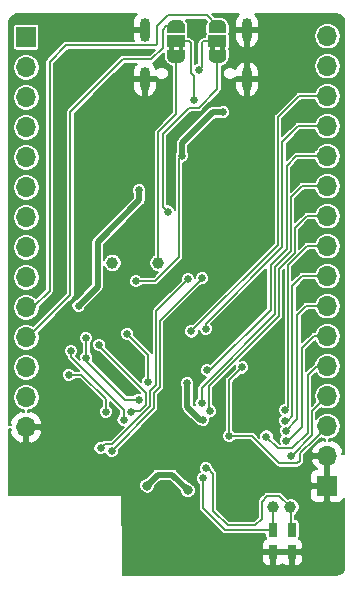
<source format=gbr>
G04 #@! TF.GenerationSoftware,KiCad,Pcbnew,(5.0.0)*
G04 #@! TF.CreationDate,2020-12-16T12:49:41+00:00*
G04 #@! TF.ProjectId,ESP-V,4553502D562E6B696361645F70636200,rev?*
G04 #@! TF.SameCoordinates,Original*
G04 #@! TF.FileFunction,Copper,L2,Bot,Signal*
G04 #@! TF.FilePolarity,Positive*
%FSLAX46Y46*%
G04 Gerber Fmt 4.6, Leading zero omitted, Abs format (unit mm)*
G04 Created by KiCad (PCBNEW (5.0.0)) date 12/16/20 12:49:41*
%MOMM*%
%LPD*%
G01*
G04 APERTURE LIST*
G04 #@! TA.AperFunction,ComponentPad*
%ADD10C,1.000000*%
G04 #@! TD*
G04 #@! TA.AperFunction,ComponentPad*
%ADD11R,1.700000X1.700000*%
G04 #@! TD*
G04 #@! TA.AperFunction,ComponentPad*
%ADD12O,1.700000X1.700000*%
G04 #@! TD*
G04 #@! TA.AperFunction,SMDPad,CuDef*
%ADD13R,0.750000X1.200000*%
G04 #@! TD*
G04 #@! TA.AperFunction,ComponentPad*
%ADD14O,0.900000X2.000000*%
G04 #@! TD*
G04 #@! TA.AperFunction,SMDPad,CuDef*
%ADD15C,0.500000*%
G04 #@! TD*
G04 #@! TA.AperFunction,Conductor*
%ADD16C,0.100000*%
G04 #@! TD*
G04 #@! TA.AperFunction,SMDPad,CuDef*
%ADD17R,1.500000X1.000000*%
G04 #@! TD*
G04 #@! TA.AperFunction,BGAPad,CuDef*
%ADD18C,1.000000*%
G04 #@! TD*
G04 #@! TA.AperFunction,ViaPad*
%ADD19C,0.650000*%
G04 #@! TD*
G04 #@! TA.AperFunction,ViaPad*
%ADD20C,0.800000*%
G04 #@! TD*
G04 #@! TA.AperFunction,Conductor*
%ADD21C,0.500000*%
G04 #@! TD*
G04 #@! TA.AperFunction,Conductor*
%ADD22C,0.200000*%
G04 #@! TD*
G04 #@! TA.AperFunction,Conductor*
%ADD23C,0.150000*%
G04 #@! TD*
G04 APERTURE END LIST*
D10*
G04 #@! TO.P,Y2,2*
G04 #@! TO.N,/GP01*
X113080000Y-118640000D03*
G04 #@! TO.P,Y2,1*
G04 #@! TO.N,/GP00*
X111580000Y-118640000D03*
G04 #@! TD*
D11*
G04 #@! TO.P,J2,1*
G04 #@! TO.N,GND*
X116200000Y-116850000D03*
D12*
G04 #@! TO.P,J2,2*
X116200000Y-114310000D03*
G04 #@! TO.P,J2,3*
G04 #@! TO.N,/ESP_ENABLE*
X116200000Y-111770000D03*
G04 #@! TO.P,J2,4*
G04 #@! TO.N,/GP00*
X116200000Y-109230000D03*
G04 #@! TO.P,J2,5*
G04 #@! TO.N,/GP01*
X116200000Y-106690000D03*
G04 #@! TO.P,J2,6*
G04 #@! TO.N,/GP02*
X116200000Y-104150000D03*
G04 #@! TO.P,J2,7*
G04 #@! TO.N,/GP03*
X116200000Y-101610000D03*
G04 #@! TO.P,J2,8*
G04 #@! TO.N,/GP04*
X116200000Y-99070000D03*
G04 #@! TO.P,J2,9*
G04 #@! TO.N,/GP05*
X116200000Y-96530000D03*
G04 #@! TO.P,J2,10*
G04 #@! TO.N,/GP06*
X116200000Y-93990000D03*
G04 #@! TO.P,J2,11*
G04 #@! TO.N,/GP07*
X116200000Y-91450000D03*
G04 #@! TO.P,J2,12*
G04 #@! TO.N,/GP08*
X116200000Y-88910000D03*
G04 #@! TO.P,J2,13*
G04 #@! TO.N,/BLSEL*
X116200000Y-86370000D03*
G04 #@! TO.P,J2,14*
G04 #@! TO.N,/GP10*
X116200000Y-83830000D03*
G04 #@! TO.P,J2,15*
G04 #@! TO.N,+3.3VA*
X116200000Y-81290000D03*
G04 #@! TO.P,J2,16*
G04 #@! TO.N,+3V3*
X116200000Y-78750000D03*
G04 #@! TD*
D13*
G04 #@! TO.P,C15,1*
G04 #@! TO.N,/GP00*
X111600000Y-120550000D03*
G04 #@! TO.P,C15,2*
G04 #@! TO.N,GND*
X111600000Y-122450000D03*
G04 #@! TD*
G04 #@! TO.P,C18,2*
G04 #@! TO.N,GND*
X113200000Y-122450000D03*
G04 #@! TO.P,C18,1*
G04 #@! TO.N,/GP01*
X113200000Y-120550000D03*
G04 #@! TD*
D14*
G04 #@! TO.P,J1,1*
G04 #@! TO.N,GND*
X100750000Y-82400000D03*
X109400000Y-82400000D03*
X109400000Y-78220000D03*
X100750000Y-78220000D03*
G04 #@! TD*
D11*
G04 #@! TO.P,J3,1*
G04 #@! TO.N,VBUS*
X90700000Y-78850000D03*
D12*
G04 #@! TO.P,J3,2*
G04 #@! TO.N,VDD*
X90700000Y-81390000D03*
G04 #@! TO.P,J3,3*
G04 #@! TO.N,/GP11*
X90700000Y-83930000D03*
G04 #@! TO.P,J3,4*
G04 #@! TO.N,/GP12*
X90700000Y-86470000D03*
G04 #@! TO.P,J3,5*
G04 #@! TO.N,/GP13*
X90700000Y-89010000D03*
G04 #@! TO.P,J3,6*
G04 #@! TO.N,/GP14*
X90700000Y-91550000D03*
G04 #@! TO.P,J3,7*
G04 #@! TO.N,/GP15*
X90700000Y-94090000D03*
G04 #@! TO.P,J3,8*
G04 #@! TO.N,/GP16*
X90700000Y-96630000D03*
G04 #@! TO.P,J3,9*
G04 #@! TO.N,/GP17*
X90700000Y-99170000D03*
G04 #@! TO.P,J3,10*
G04 #@! TO.N,/ESPUSB-*
X90700000Y-101710000D03*
G04 #@! TO.P,J3,11*
G04 #@! TO.N,/ESPUSB+*
X90700000Y-104250000D03*
G04 #@! TO.P,J3,12*
G04 #@! TO.N,/ESP_RX*
X90700000Y-106790000D03*
G04 #@! TO.P,J3,13*
G04 #@! TO.N,/ESP_TX*
X90700000Y-109330000D03*
G04 #@! TO.P,J3,14*
G04 #@! TO.N,GND*
X90700000Y-111870000D03*
G04 #@! TD*
D15*
G04 #@! TO.P,JP1,1*
G04 #@! TO.N,/CHUSB-*
X106900000Y-80500000D03*
D16*
G04 #@! TD*
G04 #@! TO.N,/CHUSB-*
G04 #@! TO.C,JP1*
G36*
X106300000Y-79950000D02*
X106300000Y-79600000D01*
X106700000Y-79600000D01*
X106700000Y-79950000D01*
X107100000Y-79950000D01*
X107100000Y-79600000D01*
X107500000Y-79600000D01*
X107500000Y-79950000D01*
X107650000Y-79950000D01*
X107650000Y-80500000D01*
X107649398Y-80500000D01*
X107649398Y-80524534D01*
X107644588Y-80573365D01*
X107635016Y-80621490D01*
X107620772Y-80668445D01*
X107601995Y-80713778D01*
X107578864Y-80757051D01*
X107551604Y-80797850D01*
X107520476Y-80835779D01*
X107485779Y-80870476D01*
X107447850Y-80901604D01*
X107407051Y-80928864D01*
X107363778Y-80951995D01*
X107318445Y-80970772D01*
X107271490Y-80985016D01*
X107223365Y-80994588D01*
X107174534Y-80999398D01*
X107150000Y-80999398D01*
X107150000Y-81000000D01*
X106650000Y-81000000D01*
X106650000Y-80999398D01*
X106625466Y-80999398D01*
X106576635Y-80994588D01*
X106528510Y-80985016D01*
X106481555Y-80970772D01*
X106436222Y-80951995D01*
X106392949Y-80928864D01*
X106352150Y-80901604D01*
X106314221Y-80870476D01*
X106279524Y-80835779D01*
X106248396Y-80797850D01*
X106221136Y-80757051D01*
X106198005Y-80713778D01*
X106179228Y-80668445D01*
X106164984Y-80621490D01*
X106155412Y-80573365D01*
X106150602Y-80524534D01*
X106150602Y-80500000D01*
X106150000Y-80500000D01*
X106150000Y-79950000D01*
X106300000Y-79950000D01*
X106300000Y-79950000D01*
G37*
D15*
G04 #@! TO.P,JP1,3*
G04 #@! TO.N,/ESPUSB-*
X106900000Y-77900000D03*
D16*
G04 #@! TD*
G04 #@! TO.N,/ESPUSB-*
G04 #@! TO.C,JP1*
G36*
X106150602Y-77900000D02*
X106150602Y-77875466D01*
X106155412Y-77826635D01*
X106164984Y-77778510D01*
X106179228Y-77731555D01*
X106198005Y-77686222D01*
X106221136Y-77642949D01*
X106248396Y-77602150D01*
X106279524Y-77564221D01*
X106314221Y-77529524D01*
X106352150Y-77498396D01*
X106392949Y-77471136D01*
X106436222Y-77448005D01*
X106481555Y-77429228D01*
X106528510Y-77414984D01*
X106576635Y-77405412D01*
X106625466Y-77400602D01*
X106650000Y-77400602D01*
X106650000Y-77400000D01*
X107150000Y-77400000D01*
X107150000Y-77400602D01*
X107174534Y-77400602D01*
X107223365Y-77405412D01*
X107271490Y-77414984D01*
X107318445Y-77429228D01*
X107363778Y-77448005D01*
X107407051Y-77471136D01*
X107447850Y-77498396D01*
X107485779Y-77529524D01*
X107520476Y-77564221D01*
X107551604Y-77602150D01*
X107578864Y-77642949D01*
X107601995Y-77686222D01*
X107620772Y-77731555D01*
X107635016Y-77778510D01*
X107644588Y-77826635D01*
X107649398Y-77875466D01*
X107649398Y-77900000D01*
X107650000Y-77900000D01*
X107650000Y-78450000D01*
X106150000Y-78450000D01*
X106150000Y-77900000D01*
X106150602Y-77900000D01*
X106150602Y-77900000D01*
G37*
D17*
G04 #@! TO.P,JP1,2*
G04 #@! TO.N,Net-(J1-PadA7)*
X106900000Y-79200000D03*
G04 #@! TD*
G04 #@! TO.P,JP2,2*
G04 #@! TO.N,Net-(J1-PadA6)*
X103400000Y-79200000D03*
D15*
G04 #@! TO.P,JP2,3*
G04 #@! TO.N,/ESPUSB+*
X103400000Y-77900000D03*
D16*
G04 #@! TD*
G04 #@! TO.N,/ESPUSB+*
G04 #@! TO.C,JP2*
G36*
X102650602Y-77900000D02*
X102650602Y-77875466D01*
X102655412Y-77826635D01*
X102664984Y-77778510D01*
X102679228Y-77731555D01*
X102698005Y-77686222D01*
X102721136Y-77642949D01*
X102748396Y-77602150D01*
X102779524Y-77564221D01*
X102814221Y-77529524D01*
X102852150Y-77498396D01*
X102892949Y-77471136D01*
X102936222Y-77448005D01*
X102981555Y-77429228D01*
X103028510Y-77414984D01*
X103076635Y-77405412D01*
X103125466Y-77400602D01*
X103150000Y-77400602D01*
X103150000Y-77400000D01*
X103650000Y-77400000D01*
X103650000Y-77400602D01*
X103674534Y-77400602D01*
X103723365Y-77405412D01*
X103771490Y-77414984D01*
X103818445Y-77429228D01*
X103863778Y-77448005D01*
X103907051Y-77471136D01*
X103947850Y-77498396D01*
X103985779Y-77529524D01*
X104020476Y-77564221D01*
X104051604Y-77602150D01*
X104078864Y-77642949D01*
X104101995Y-77686222D01*
X104120772Y-77731555D01*
X104135016Y-77778510D01*
X104144588Y-77826635D01*
X104149398Y-77875466D01*
X104149398Y-77900000D01*
X104150000Y-77900000D01*
X104150000Y-78450000D01*
X102650000Y-78450000D01*
X102650000Y-77900000D01*
X102650602Y-77900000D01*
X102650602Y-77900000D01*
G37*
D15*
G04 #@! TO.P,JP2,1*
G04 #@! TO.N,/CHUSB+*
X103400000Y-80500000D03*
D16*
G04 #@! TD*
G04 #@! TO.N,/CHUSB+*
G04 #@! TO.C,JP2*
G36*
X102800000Y-79950000D02*
X102800000Y-79600000D01*
X103200000Y-79600000D01*
X103200000Y-79950000D01*
X103600000Y-79950000D01*
X103600000Y-79600000D01*
X104000000Y-79600000D01*
X104000000Y-79950000D01*
X104150000Y-79950000D01*
X104150000Y-80500000D01*
X104149398Y-80500000D01*
X104149398Y-80524534D01*
X104144588Y-80573365D01*
X104135016Y-80621490D01*
X104120772Y-80668445D01*
X104101995Y-80713778D01*
X104078864Y-80757051D01*
X104051604Y-80797850D01*
X104020476Y-80835779D01*
X103985779Y-80870476D01*
X103947850Y-80901604D01*
X103907051Y-80928864D01*
X103863778Y-80951995D01*
X103818445Y-80970772D01*
X103771490Y-80985016D01*
X103723365Y-80994588D01*
X103674534Y-80999398D01*
X103650000Y-80999398D01*
X103650000Y-81000000D01*
X103150000Y-81000000D01*
X103150000Y-80999398D01*
X103125466Y-80999398D01*
X103076635Y-80994588D01*
X103028510Y-80985016D01*
X102981555Y-80970772D01*
X102936222Y-80951995D01*
X102892949Y-80928864D01*
X102852150Y-80901604D01*
X102814221Y-80870476D01*
X102779524Y-80835779D01*
X102748396Y-80797850D01*
X102721136Y-80757051D01*
X102698005Y-80713778D01*
X102679228Y-80668445D01*
X102664984Y-80621490D01*
X102655412Y-80573365D01*
X102650602Y-80524534D01*
X102650602Y-80500000D01*
X102650000Y-80500000D01*
X102650000Y-79950000D01*
X102800000Y-79950000D01*
X102800000Y-79950000D01*
G37*
D18*
G04 #@! TO.P,TP1,1*
G04 #@! TO.N,/CHUSB+*
X101900000Y-97950000D03*
G04 #@! TD*
G04 #@! TO.P,TP2,1*
G04 #@! TO.N,Net-(C26-Pad1)*
X98000000Y-97950000D03*
G04 #@! TD*
D19*
G04 #@! TO.N,GND*
X109700000Y-118800000D03*
X112950000Y-117150000D03*
X89700000Y-117300000D03*
X102750000Y-111850000D03*
X102750000Y-114350000D03*
X104200000Y-113250000D03*
X101350000Y-113250000D03*
X102650000Y-113250000D03*
X104400000Y-107000000D03*
X117150000Y-123210000D03*
X106710000Y-123490000D03*
X97900000Y-104650000D03*
X111700000Y-110250000D03*
X98750000Y-117250000D03*
X98000000Y-117300000D03*
X90450000Y-117300000D03*
X103150000Y-119600000D03*
X92000000Y-117300000D03*
X91200000Y-117300000D03*
X92750000Y-117300000D03*
X94250000Y-117300000D03*
X93450000Y-117300000D03*
X95000000Y-117300000D03*
X95750000Y-117300000D03*
X97300000Y-117300000D03*
X96550000Y-117300000D03*
X99150000Y-117900000D03*
X99150000Y-118650000D03*
X99150000Y-119450000D03*
X103125000Y-117975000D03*
X102825000Y-118600000D03*
X102400000Y-119175000D03*
X101850000Y-119575000D03*
X100525000Y-118225000D03*
X101025000Y-117725000D03*
X104175000Y-118925000D03*
X104150000Y-118225000D03*
X104175000Y-119625000D03*
X104175000Y-120350000D03*
X104200000Y-121800000D03*
X104175000Y-121100000D03*
X104200000Y-123225000D03*
X104200000Y-122500000D03*
X99300000Y-97250000D03*
X95600000Y-93400000D03*
X95625000Y-91925000D03*
X104975000Y-91825000D03*
X104925000Y-88625000D03*
X95250000Y-86950000D03*
X111225000Y-83725000D03*
X113000000Y-83725000D03*
X95900000Y-80550000D03*
X100800000Y-103450000D03*
X109650000Y-106150000D03*
X98200000Y-107700000D03*
X96675000Y-109625000D03*
X109175000Y-119500000D03*
X106760000Y-121160000D03*
X105075000Y-78250000D03*
X112300000Y-107000000D03*
X112050000Y-104125000D03*
X104925000Y-92800000D03*
X106950000Y-103150000D03*
X103425000Y-121475000D03*
G04 #@! TO.N,+3V3*
X105700000Y-111250000D03*
X104350000Y-108150000D03*
G04 #@! TO.N,GND*
X95790000Y-97710000D03*
X95970000Y-78760000D03*
X93800000Y-78820000D03*
X104840000Y-104760000D03*
X99210000Y-123270000D03*
X99960000Y-118650000D03*
X99190000Y-121270000D03*
X99170000Y-120390000D03*
X99200000Y-124100000D03*
X103540000Y-120790000D03*
X103490000Y-122250000D03*
X103370000Y-123060000D03*
X102840000Y-123440000D03*
X102060000Y-123530000D03*
X103450000Y-117520000D03*
X94800000Y-82190000D03*
G04 #@! TO.N,+3V3*
X100290000Y-91800000D03*
X95140000Y-101570000D03*
D20*
G04 #@! TO.N,+3.3VA*
X100950000Y-116800000D03*
X104400000Y-117210000D03*
D19*
G04 #@! TO.N,/GP00*
X105675000Y-116200000D03*
X113100000Y-114275000D03*
G04 #@! TO.N,/GP01*
X111050000Y-112650000D03*
X105900000Y-115350000D03*
G04 #@! TO.N,Net-(J1-PadA7)*
X105300000Y-81650000D03*
G04 #@! TO.N,Net-(J1-PadA6)*
X104900000Y-84150000D03*
G04 #@! TO.N,VBUS*
X107400000Y-85200000D03*
X103900000Y-88875000D03*
X100000000Y-99510000D03*
G04 #@! TO.N,/ESP_ENABLE*
X107900000Y-112600000D03*
X109000000Y-106800000D03*
G04 #@! TO.N,/GP02*
X112700000Y-113000000D03*
G04 #@! TO.N,/GP03*
X112700000Y-112150000D03*
G04 #@! TO.N,/GP04*
X112650000Y-111300000D03*
G04 #@! TO.N,/GP05*
X112650000Y-110400000D03*
G04 #@! TO.N,/GP06*
X106300000Y-110500000D03*
G04 #@! TO.N,/GP07*
X105550000Y-109850000D03*
G04 #@! TO.N,/GP08*
X106050000Y-107050000D03*
G04 #@! TO.N,/BLSEL*
X105900000Y-103530000D03*
G04 #@! TO.N,/GP10*
X104700000Y-103750000D03*
G04 #@! TO.N,/GP12*
X101050000Y-108000000D03*
X99250000Y-103950000D03*
G04 #@! TO.N,/GP13*
X95800000Y-105975000D03*
X95750000Y-104300000D03*
X100240000Y-109520000D03*
G04 #@! TO.N,/GP14*
X99575000Y-110575000D03*
X96875000Y-104875000D03*
G04 #@! TO.N,/GP15*
X94500000Y-105400000D03*
X98950000Y-111250000D03*
G04 #@! TO.N,/GP16*
X97450000Y-110550000D03*
X94310000Y-107430000D03*
G04 #@! TO.N,/ESP_RX*
X105600000Y-99250000D03*
X97950000Y-113900000D03*
G04 #@! TO.N,/ESP_TX*
X104400000Y-99350000D03*
X97000000Y-113650000D03*
G04 #@! TO.N,/CHUSB-*
X102700000Y-93600000D03*
D20*
G04 #@! TO.N,/CHUSB+*
X101900000Y-97950000D03*
G04 #@! TO.N,Net-(C26-Pad1)*
X98000000Y-97950000D03*
G04 #@! TD*
D21*
G04 #@! TO.N,+3V3*
X100290000Y-92660000D02*
X96750000Y-96200000D01*
X100290000Y-91800000D02*
X100290000Y-92660000D01*
X96750000Y-99960000D02*
X95140000Y-101570000D01*
X96750000Y-96200000D02*
X96750000Y-99960000D01*
X105460000Y-111250000D02*
X105700000Y-111250000D01*
X104350000Y-108150000D02*
X104350000Y-110140000D01*
X104350000Y-110140000D02*
X105460000Y-111250000D01*
G04 #@! TO.N,+3.3VA*
X101850000Y-115900000D02*
X100950000Y-116800000D01*
X103090000Y-115900000D02*
X101850000Y-115900000D01*
X104400000Y-117210000D02*
X103090000Y-115900000D01*
D22*
G04 #@! TO.N,/GP00*
X111600000Y-118650000D02*
X111600000Y-120550000D01*
X111600000Y-118650000D02*
X111650000Y-118650000D01*
X107550000Y-120550000D02*
X111600000Y-120550000D01*
D23*
X105650000Y-116200000D02*
X105675000Y-116200000D01*
D22*
X105675000Y-116200000D02*
X105675000Y-118675000D01*
X105675000Y-118675000D02*
X107550000Y-120550000D01*
D23*
X114925000Y-110505000D02*
X116200000Y-109230000D01*
X114925000Y-112550000D02*
X114925000Y-110505000D01*
X113100000Y-114275000D02*
X113200000Y-114275000D01*
X113200000Y-114275000D02*
X114925000Y-112550000D01*
G04 #@! TO.N,/GP01*
X113100000Y-120450000D02*
X113200000Y-120550000D01*
X113100000Y-118650000D02*
X113100000Y-120450000D01*
X111100000Y-117700000D02*
X112150000Y-117700000D01*
X110650000Y-118150000D02*
X111100000Y-117700000D01*
X110650000Y-119600000D02*
X110650000Y-118150000D01*
X112150000Y-117700000D02*
X113100000Y-118650000D01*
X106100000Y-115350000D02*
X106550000Y-115800000D01*
X105900000Y-115350000D02*
X106100000Y-115350000D01*
X106550000Y-115800000D02*
X106550000Y-118950000D01*
X106550000Y-118950000D02*
X107750000Y-120150000D01*
X107750000Y-120150000D02*
X110100000Y-120150000D01*
X110100000Y-120150000D02*
X110650000Y-119600000D01*
X112050000Y-113650000D02*
X111050000Y-112650000D01*
X113200000Y-113650000D02*
X112050000Y-113650000D01*
X114525000Y-112325000D02*
X113200000Y-113650000D01*
X114525000Y-107475000D02*
X114525000Y-112325000D01*
X116200000Y-106690000D02*
X115310000Y-106690000D01*
X115310000Y-106690000D02*
X114525000Y-107475000D01*
G04 #@! TO.N,Net-(J1-PadA7)*
X105300000Y-81650000D02*
X105550000Y-81400000D01*
X105550000Y-81400000D02*
X105550000Y-79350000D01*
X105700000Y-79200000D02*
X106900000Y-79200000D01*
X105550000Y-79350000D02*
X105700000Y-79200000D01*
G04 #@! TO.N,Net-(J1-PadA6)*
X104500000Y-79200000D02*
X103400000Y-79200000D01*
X104650000Y-79350000D02*
X104500000Y-79200000D01*
X104650000Y-81850000D02*
X104650000Y-79350000D01*
X104900000Y-84150000D02*
X104900000Y-82100000D01*
X104900000Y-82100000D02*
X104650000Y-81850000D01*
D21*
G04 #@! TO.N,VBUS*
X103900000Y-88875000D02*
X103900000Y-87800000D01*
X103900000Y-87800000D02*
X106500000Y-85200000D01*
X106500000Y-85200000D02*
X107400000Y-85200000D01*
D23*
X103650000Y-89125000D02*
X103900000Y-88875000D01*
X103650000Y-97440000D02*
X103650000Y-89125000D01*
X101640000Y-99450000D02*
X103650000Y-97440000D01*
X100000000Y-99510000D02*
X100060000Y-99450000D01*
X100060000Y-99450000D02*
X101640000Y-99450000D01*
G04 #@! TO.N,/ESP_ENABLE*
X107900000Y-107900000D02*
X107900000Y-110450000D01*
X109000000Y-106800000D02*
X107900000Y-107900000D01*
X107900000Y-112600000D02*
X107900000Y-110450000D01*
X109800000Y-112600000D02*
X112125000Y-114925000D01*
X107900000Y-112600000D02*
X109800000Y-112600000D01*
X115150010Y-112819990D02*
X116200000Y-111770000D01*
X112125000Y-114925000D02*
X113675000Y-114925000D01*
X113675000Y-114925000D02*
X113900000Y-114700000D01*
X113900000Y-114700000D02*
X113900000Y-114070000D01*
X113900000Y-114070000D02*
X115150010Y-112819990D01*
G04 #@! TO.N,/GP02*
X115050000Y-104150000D02*
X116200000Y-104150000D01*
X114050000Y-105150000D02*
X115050000Y-104150000D01*
X114050000Y-111850000D02*
X114050000Y-105150000D01*
X112700000Y-113000000D02*
X112900000Y-113000000D01*
X112900000Y-113000000D02*
X114050000Y-111850000D01*
G04 #@! TO.N,/GP03*
X113675000Y-111175000D02*
X112700000Y-112150000D01*
X113675000Y-102325000D02*
X113675000Y-111175000D01*
X116200000Y-101610000D02*
X114390000Y-101610000D01*
X114390000Y-101610000D02*
X113675000Y-102325000D01*
G04 #@! TO.N,/GP04*
X114080000Y-99070000D02*
X116200000Y-99070000D01*
X113250000Y-99900000D02*
X114080000Y-99070000D01*
X113250000Y-110900000D02*
X113250000Y-99900000D01*
X112650000Y-111300000D02*
X112850000Y-111300000D01*
X112850000Y-111300000D02*
X113250000Y-110900000D01*
G04 #@! TO.N,/GP05*
X114514988Y-96530000D02*
X116200000Y-96530000D01*
X112900000Y-98144988D02*
X114514988Y-96530000D01*
X112650000Y-110400000D02*
X112900000Y-110150000D01*
X112900000Y-110150000D02*
X112900000Y-98144988D01*
G04 #@! TO.N,/GP06*
X116300000Y-93750000D02*
X116050000Y-93750000D01*
X116200000Y-93990000D02*
X114460020Y-93990000D01*
X114460020Y-93990000D02*
X113450020Y-95000000D01*
X113450020Y-95000000D02*
X113450020Y-97099980D01*
X113450020Y-97099980D02*
X112100000Y-98450000D01*
X112100000Y-98450000D02*
X112100000Y-102444988D01*
X112100000Y-102444988D02*
X106150000Y-108394988D01*
X106150000Y-110350000D02*
X106300000Y-110500000D01*
X106150000Y-108394988D02*
X106150000Y-110350000D01*
G04 #@! TO.N,/GP07*
X116300000Y-91210000D02*
X115690000Y-91210000D01*
X114050000Y-91450000D02*
X116200000Y-91450000D01*
X113100010Y-92399990D02*
X114050000Y-91450000D01*
X111750000Y-98300000D02*
X113100010Y-96949990D01*
X113100010Y-96949990D02*
X113100010Y-92399990D01*
X105550000Y-109850000D02*
X105550000Y-108500000D01*
X105550000Y-108500000D02*
X111750000Y-102300000D01*
X111750000Y-102300000D02*
X111750000Y-98300000D01*
G04 #@! TO.N,/GP08*
X106250000Y-107050000D02*
X106050000Y-107050000D01*
X111400000Y-101900000D02*
X106250000Y-107050000D01*
X116300000Y-88670000D02*
X115380000Y-88670000D01*
X116200000Y-88910000D02*
X113590010Y-88910000D01*
X113590010Y-88910000D02*
X112750000Y-89750010D01*
X112750000Y-89750010D02*
X112750000Y-96750000D01*
X111400000Y-98100000D02*
X111400000Y-100400000D01*
X112750000Y-96750000D02*
X111400000Y-98100000D01*
X111400000Y-100050000D02*
X111400000Y-100400000D01*
X111400000Y-100400000D02*
X111400000Y-101900000D01*
G04 #@! TO.N,/BLSEL*
X112400000Y-91750000D02*
X112400000Y-87700000D01*
X112400000Y-91650000D02*
X112400000Y-91750000D01*
X113730000Y-86370000D02*
X116200000Y-86370000D01*
X112400000Y-87700000D02*
X113730000Y-86370000D01*
X105900000Y-103530000D02*
X105900000Y-103100000D01*
X105900000Y-103100000D02*
X112400000Y-96600000D01*
X112400000Y-96600000D02*
X112400000Y-91750000D01*
G04 #@! TO.N,/GP10*
X104700000Y-103750000D02*
X112050000Y-96400000D01*
X112050000Y-90500000D02*
X112050000Y-85600000D01*
X112050000Y-90500000D02*
X112050000Y-90380000D01*
X112050000Y-96400000D02*
X112050000Y-90500000D01*
X113820000Y-83830000D02*
X116200000Y-83830000D01*
X112050000Y-85600000D02*
X113820000Y-83830000D01*
G04 #@! TO.N,/GP12*
X101050000Y-108000000D02*
X101050000Y-107975000D01*
X101050000Y-105750000D02*
X101050000Y-108000000D01*
X99250000Y-103950000D02*
X101050000Y-105750000D01*
G04 #@! TO.N,/GP13*
X95800000Y-105975000D02*
X95800000Y-104350000D01*
X95800000Y-104350000D02*
X95750000Y-104300000D01*
X95800000Y-106230000D02*
X95800000Y-105975000D01*
X100240000Y-109520000D02*
X99090000Y-109520000D01*
X99090000Y-109520000D02*
X95800000Y-106230000D01*
G04 #@! TO.N,/GP14*
X99700000Y-110450000D02*
X99575000Y-110575000D01*
X100350000Y-110450000D02*
X99700000Y-110450000D01*
X100850000Y-109950000D02*
X100350000Y-110450000D01*
X100850000Y-108925000D02*
X100850000Y-109950000D01*
X96875000Y-104875000D02*
X96875000Y-104950000D01*
X96875000Y-104950000D02*
X100850000Y-108925000D01*
G04 #@! TO.N,/GP15*
X95900000Y-107325000D02*
X95800000Y-107225000D01*
X94500000Y-105400000D02*
X94500000Y-105925000D01*
X94500000Y-105925000D02*
X95900000Y-107325000D01*
X96100000Y-107525000D02*
X95900000Y-107325000D01*
X98950000Y-111250000D02*
X98950000Y-110375000D01*
X98950000Y-110375000D02*
X96100000Y-107525000D01*
G04 #@! TO.N,/GP16*
X94310000Y-107430000D02*
X95380000Y-107430000D01*
X95380000Y-107430000D02*
X97450000Y-109500000D01*
X97450000Y-109500000D02*
X97450000Y-110550000D01*
D22*
G04 #@! TO.N,/ESPUSB-*
X105975000Y-76975000D02*
X106900000Y-77900000D01*
X102675000Y-76975000D02*
X105975000Y-76975000D01*
X101775000Y-77875000D02*
X102675000Y-76975000D01*
X101775000Y-79425000D02*
X101775000Y-77875000D01*
X91290000Y-101710000D02*
X92700000Y-100300000D01*
X92700000Y-100300000D02*
X92700000Y-80925000D01*
X92700000Y-80925000D02*
X94100000Y-79525000D01*
X94100000Y-79525000D02*
X101675000Y-79525000D01*
X90700000Y-101710000D02*
X91290000Y-101710000D01*
X101675000Y-79525000D02*
X101775000Y-79425000D01*
G04 #@! TO.N,/ESPUSB+*
X102550000Y-77900000D02*
X103400000Y-77900000D01*
X90850000Y-104250000D02*
X94425000Y-100675000D01*
X90700000Y-104250000D02*
X90850000Y-104250000D01*
X94425000Y-100675000D02*
X94425000Y-85200000D01*
X94425000Y-85200000D02*
X98925000Y-80700000D01*
X98925000Y-80700000D02*
X101300000Y-80700000D01*
X102250000Y-78200000D02*
X102550000Y-77900000D01*
X102250000Y-79750000D02*
X102250000Y-78200000D01*
X101300000Y-80700000D02*
X102250000Y-79750000D01*
D23*
G04 #@! TO.N,/ESP_RX*
X90700000Y-106790000D02*
X90700000Y-107400000D01*
X105600000Y-99275000D02*
X105600000Y-99250000D01*
X102050000Y-102825000D02*
X105600000Y-99275000D01*
X97950000Y-113850000D02*
X101550000Y-110250000D01*
X97950000Y-113900000D02*
X97950000Y-113850000D01*
X101550000Y-110250000D02*
X101550000Y-108944988D01*
X101550000Y-108944988D02*
X102044988Y-108450000D01*
X102044988Y-108450000D02*
X102050000Y-108450000D01*
X102050000Y-108450000D02*
X102050000Y-102825000D01*
G04 #@! TO.N,/ESP_TX*
X101700000Y-102050000D02*
X104400000Y-99350000D01*
X97000000Y-113650000D02*
X97350000Y-113300000D01*
X97994988Y-113300000D02*
X101200000Y-110094988D01*
X101200000Y-110094988D02*
X101200000Y-108800000D01*
X97350000Y-113300000D02*
X97994988Y-113300000D01*
X101200000Y-108800000D02*
X101700000Y-108300000D01*
X101700000Y-108300000D02*
X101700000Y-102050000D01*
G04 #@! TO.N,/CHUSB-*
X102700000Y-93600000D02*
X102300000Y-93200000D01*
X102300000Y-93200000D02*
X102300000Y-87025000D01*
X104525000Y-84800000D02*
X105350000Y-84800000D01*
X102300000Y-87025000D02*
X104525000Y-84800000D01*
X106900000Y-83250000D02*
X106900000Y-82300000D01*
X105350000Y-84800000D02*
X106900000Y-83250000D01*
X106900000Y-82300000D02*
X106900000Y-80500000D01*
G04 #@! TO.N,/CHUSB+*
X101900000Y-97950000D02*
X101900000Y-86850000D01*
X103400000Y-85350000D02*
X103400000Y-80500000D01*
X101900000Y-86850000D02*
X103400000Y-85350000D01*
G04 #@! TD*
G04 #@! TO.N,GND*
G36*
X99864133Y-77109314D02*
X99717000Y-77491000D01*
X99717000Y-78041000D01*
X100571000Y-78041000D01*
X100571000Y-78021000D01*
X100929000Y-78021000D01*
X100929000Y-78041000D01*
X100949000Y-78041000D01*
X100949000Y-78399000D01*
X100929000Y-78399000D01*
X100929000Y-78419000D01*
X100571000Y-78419000D01*
X100571000Y-78399000D01*
X99717000Y-78399000D01*
X99717000Y-78949000D01*
X99794482Y-79150000D01*
X94136926Y-79150000D01*
X94100000Y-79142655D01*
X94063073Y-79150000D01*
X94063069Y-79150000D01*
X93953683Y-79171758D01*
X93953682Y-79171759D01*
X93953681Y-79171759D01*
X93860949Y-79233721D01*
X93860948Y-79233722D01*
X93829641Y-79254641D01*
X93808722Y-79285948D01*
X92460948Y-80633722D01*
X92429642Y-80654641D01*
X92408723Y-80685948D01*
X92408721Y-80685950D01*
X92346759Y-80778682D01*
X92317655Y-80925000D01*
X92325001Y-80961931D01*
X92325000Y-100144670D01*
X91534981Y-100934690D01*
X91511080Y-100898920D01*
X91138953Y-100650273D01*
X90810803Y-100585000D01*
X90589197Y-100585000D01*
X90261047Y-100650273D01*
X89888920Y-100898920D01*
X89640273Y-101271047D01*
X89552960Y-101710000D01*
X89640273Y-102148953D01*
X89888920Y-102521080D01*
X90261047Y-102769727D01*
X90589197Y-102835000D01*
X90810803Y-102835000D01*
X91138953Y-102769727D01*
X91511080Y-102521080D01*
X91759727Y-102148953D01*
X91847040Y-101710000D01*
X91842608Y-101687721D01*
X92939053Y-100591277D01*
X92970359Y-100570359D01*
X92998207Y-100528683D01*
X93053241Y-100446319D01*
X93053241Y-100446318D01*
X93053242Y-100446317D01*
X93075000Y-100336931D01*
X93075000Y-100336927D01*
X93082345Y-100300001D01*
X93075000Y-100263075D01*
X93075000Y-81080329D01*
X94255330Y-79900000D01*
X101569670Y-79900000D01*
X101144671Y-80325000D01*
X98961926Y-80325000D01*
X98924999Y-80317655D01*
X98888073Y-80325000D01*
X98888069Y-80325000D01*
X98778683Y-80346758D01*
X98778682Y-80346759D01*
X98778681Y-80346759D01*
X98685949Y-80408721D01*
X98685948Y-80408722D01*
X98654641Y-80429641D01*
X98633722Y-80460948D01*
X94185949Y-84908722D01*
X94154642Y-84929641D01*
X94133723Y-84960948D01*
X94133721Y-84960950D01*
X94071759Y-85053682D01*
X94042655Y-85200000D01*
X94050001Y-85236931D01*
X94050000Y-100519670D01*
X91283089Y-103286582D01*
X91138953Y-103190273D01*
X90810803Y-103125000D01*
X90589197Y-103125000D01*
X90261047Y-103190273D01*
X89888920Y-103438920D01*
X89640273Y-103811047D01*
X89552960Y-104250000D01*
X89640273Y-104688953D01*
X89888920Y-105061080D01*
X90261047Y-105309727D01*
X90589197Y-105375000D01*
X90810803Y-105375000D01*
X91138953Y-105309727D01*
X91511080Y-105061080D01*
X91759727Y-104688953D01*
X91847040Y-104250000D01*
X91769608Y-103860721D01*
X94179676Y-101450653D01*
X94540000Y-101450653D01*
X94540000Y-101689347D01*
X94631344Y-101909873D01*
X94800127Y-102078656D01*
X95020653Y-102170000D01*
X95259347Y-102170000D01*
X95479873Y-102078656D01*
X95648656Y-101909873D01*
X95723656Y-101728805D01*
X97084667Y-100367795D01*
X97128504Y-100338504D01*
X97244539Y-100164845D01*
X97275000Y-100011706D01*
X97285285Y-99960000D01*
X97275000Y-99908294D01*
X97275000Y-98224867D01*
X97342987Y-98389002D01*
X97560998Y-98607013D01*
X97845843Y-98725000D01*
X98154157Y-98725000D01*
X98439002Y-98607013D01*
X98657013Y-98389002D01*
X98775000Y-98104157D01*
X98775000Y-97795843D01*
X98657013Y-97510998D01*
X98439002Y-97292987D01*
X98154157Y-97175000D01*
X97845843Y-97175000D01*
X97560998Y-97292987D01*
X97342987Y-97510998D01*
X97275000Y-97675133D01*
X97275000Y-96417461D01*
X100624667Y-93067795D01*
X100668504Y-93038504D01*
X100784539Y-92864845D01*
X100788855Y-92843145D01*
X100825285Y-92660001D01*
X100815000Y-92608295D01*
X100815000Y-92100415D01*
X100890000Y-91919347D01*
X100890000Y-91680653D01*
X100798656Y-91460127D01*
X100629873Y-91291344D01*
X100409347Y-91200000D01*
X100170653Y-91200000D01*
X99950127Y-91291344D01*
X99781344Y-91460127D01*
X99690000Y-91680653D01*
X99690000Y-91919347D01*
X99765000Y-92100415D01*
X99765000Y-92442538D01*
X96415336Y-95792203D01*
X96371496Y-95821496D01*
X96255462Y-95995155D01*
X96255461Y-95995156D01*
X96214715Y-96200000D01*
X96225000Y-96251706D01*
X96225001Y-99742537D01*
X94981195Y-100986344D01*
X94800127Y-101061344D01*
X94631344Y-101230127D01*
X94540000Y-101450653D01*
X94179676Y-101450653D01*
X94664053Y-100966277D01*
X94695359Y-100945359D01*
X94778242Y-100821317D01*
X94800000Y-100711931D01*
X94800000Y-100711927D01*
X94807345Y-100675001D01*
X94800000Y-100638075D01*
X94800000Y-85355329D01*
X97576329Y-82579000D01*
X99717000Y-82579000D01*
X99717000Y-83129000D01*
X99864133Y-83510686D01*
X100146131Y-83807013D01*
X100414052Y-83926846D01*
X100571000Y-83819006D01*
X100571000Y-82579000D01*
X100929000Y-82579000D01*
X100929000Y-83819006D01*
X101085948Y-83926846D01*
X101353869Y-83807013D01*
X101635867Y-83510686D01*
X101783000Y-83129000D01*
X101783000Y-82579000D01*
X100929000Y-82579000D01*
X100571000Y-82579000D01*
X99717000Y-82579000D01*
X97576329Y-82579000D01*
X99080330Y-81075000D01*
X100068084Y-81075000D01*
X99864133Y-81289314D01*
X99717000Y-81671000D01*
X99717000Y-82221000D01*
X100571000Y-82221000D01*
X100571000Y-82201000D01*
X100929000Y-82201000D01*
X100929000Y-82221000D01*
X101695587Y-82221000D01*
X101697538Y-82225711D01*
X101859289Y-82387462D01*
X102070625Y-82475000D01*
X102299375Y-82475000D01*
X102510711Y-82387462D01*
X102672462Y-82225711D01*
X102760000Y-82014375D01*
X102760000Y-81785625D01*
X102672462Y-81574289D01*
X102510711Y-81412538D01*
X102299375Y-81325000D01*
X102070625Y-81325000D01*
X101859289Y-81412538D01*
X101732314Y-81539513D01*
X101635867Y-81289314D01*
X101416798Y-81059114D01*
X101446317Y-81053242D01*
X101570359Y-80970359D01*
X101591280Y-80939050D01*
X102369612Y-80160718D01*
X102369612Y-80500000D01*
X102372020Y-80512106D01*
X102372020Y-80549009D01*
X102377408Y-80603710D01*
X102396530Y-80699843D01*
X102412485Y-80752441D01*
X102449994Y-80842997D01*
X102475905Y-80891473D01*
X102530361Y-80972972D01*
X102565231Y-81015461D01*
X102634539Y-81084769D01*
X102677028Y-81119639D01*
X102758527Y-81174095D01*
X102807003Y-81200006D01*
X102897559Y-81237515D01*
X102950157Y-81253470D01*
X103046290Y-81272592D01*
X103050001Y-81272958D01*
X103050000Y-85205025D01*
X101676887Y-86578140D01*
X101647666Y-86597665D01*
X101628141Y-86626886D01*
X101570308Y-86713438D01*
X101543145Y-86850000D01*
X101550001Y-86884469D01*
X101550000Y-97256121D01*
X101460998Y-97292987D01*
X101242987Y-97510998D01*
X101125000Y-97795843D01*
X101125000Y-98104157D01*
X101242987Y-98389002D01*
X101460998Y-98607013D01*
X101745843Y-98725000D01*
X101870027Y-98725000D01*
X101495027Y-99100000D01*
X100438529Y-99100000D01*
X100339873Y-99001344D01*
X100119347Y-98910000D01*
X99880653Y-98910000D01*
X99660127Y-99001344D01*
X99491344Y-99170127D01*
X99400000Y-99390653D01*
X99400000Y-99629347D01*
X99491344Y-99849873D01*
X99660127Y-100018656D01*
X99880653Y-100110000D01*
X100119347Y-100110000D01*
X100339873Y-100018656D01*
X100508656Y-99849873D01*
X100529314Y-99800000D01*
X101605536Y-99800000D01*
X101640000Y-99806855D01*
X101674464Y-99800000D01*
X101674468Y-99800000D01*
X101776563Y-99779692D01*
X101892335Y-99702335D01*
X101911862Y-99673111D01*
X103873119Y-97711856D01*
X103902334Y-97692335D01*
X103921856Y-97663119D01*
X103921859Y-97663116D01*
X103979691Y-97576564D01*
X103979692Y-97576563D01*
X104000000Y-97474468D01*
X104000000Y-97474464D01*
X104006855Y-97440001D01*
X104000000Y-97405538D01*
X104000000Y-89475000D01*
X104019347Y-89475000D01*
X104239873Y-89383656D01*
X104408656Y-89214873D01*
X104500000Y-88994347D01*
X104500000Y-88755653D01*
X104425000Y-88574585D01*
X104425000Y-88017461D01*
X106717462Y-85725000D01*
X107099585Y-85725000D01*
X107280653Y-85800000D01*
X107519347Y-85800000D01*
X107739873Y-85708656D01*
X107908656Y-85539873D01*
X108000000Y-85319347D01*
X108000000Y-85080653D01*
X107908656Y-84860127D01*
X107739873Y-84691344D01*
X107519347Y-84600000D01*
X107280653Y-84600000D01*
X107099585Y-84675000D01*
X106551704Y-84675000D01*
X106499999Y-84664715D01*
X106448294Y-84675000D01*
X106295155Y-84705461D01*
X106121496Y-84821496D01*
X106092205Y-84865333D01*
X103565334Y-87392205D01*
X103521497Y-87421496D01*
X103449180Y-87529727D01*
X103405461Y-87595156D01*
X103364715Y-87800000D01*
X103375001Y-87851711D01*
X103375000Y-88574585D01*
X103300000Y-88755653D01*
X103300000Y-88994347D01*
X103312926Y-89025553D01*
X103293145Y-89125000D01*
X103300001Y-89159469D01*
X103300000Y-93480653D01*
X103208656Y-93260127D01*
X103039873Y-93091344D01*
X102819347Y-93000000D01*
X102650000Y-93000000D01*
X102650000Y-87169973D01*
X104669974Y-85150000D01*
X105315536Y-85150000D01*
X105350000Y-85156855D01*
X105384464Y-85150000D01*
X105384468Y-85150000D01*
X105486563Y-85129692D01*
X105602335Y-85052335D01*
X105621862Y-85023111D01*
X107123116Y-83521858D01*
X107152334Y-83502335D01*
X107229692Y-83386563D01*
X107250000Y-83284468D01*
X107250000Y-83284465D01*
X107256855Y-83250001D01*
X107250000Y-83215537D01*
X107250000Y-82579000D01*
X108367000Y-82579000D01*
X108367000Y-83129000D01*
X108514133Y-83510686D01*
X108796131Y-83807013D01*
X109064052Y-83926846D01*
X109221000Y-83819006D01*
X109221000Y-82579000D01*
X109579000Y-82579000D01*
X109579000Y-83819006D01*
X109735948Y-83926846D01*
X110003869Y-83807013D01*
X110285867Y-83510686D01*
X110433000Y-83129000D01*
X110433000Y-82579000D01*
X109579000Y-82579000D01*
X109221000Y-82579000D01*
X108367000Y-82579000D01*
X107250000Y-82579000D01*
X107250000Y-81785625D01*
X107390000Y-81785625D01*
X107390000Y-82014375D01*
X107477538Y-82225711D01*
X107639289Y-82387462D01*
X107850625Y-82475000D01*
X108079375Y-82475000D01*
X108290711Y-82387462D01*
X108452462Y-82225711D01*
X108454413Y-82221000D01*
X109221000Y-82221000D01*
X109221000Y-80980994D01*
X109579000Y-80980994D01*
X109579000Y-82221000D01*
X110433000Y-82221000D01*
X110433000Y-81671000D01*
X110286132Y-81290000D01*
X115052960Y-81290000D01*
X115140273Y-81728953D01*
X115388920Y-82101080D01*
X115761047Y-82349727D01*
X116089197Y-82415000D01*
X116310803Y-82415000D01*
X116638953Y-82349727D01*
X117011080Y-82101080D01*
X117259727Y-81728953D01*
X117347040Y-81290000D01*
X117259727Y-80851047D01*
X117011080Y-80478920D01*
X116638953Y-80230273D01*
X116310803Y-80165000D01*
X116089197Y-80165000D01*
X115761047Y-80230273D01*
X115388920Y-80478920D01*
X115140273Y-80851047D01*
X115052960Y-81290000D01*
X110286132Y-81290000D01*
X110285867Y-81289314D01*
X110003869Y-80992987D01*
X109735948Y-80873154D01*
X109579000Y-80980994D01*
X109221000Y-80980994D01*
X109064052Y-80873154D01*
X108796131Y-80992987D01*
X108514133Y-81289314D01*
X108417686Y-81539513D01*
X108290711Y-81412538D01*
X108079375Y-81325000D01*
X107850625Y-81325000D01*
X107639289Y-81412538D01*
X107477538Y-81574289D01*
X107390000Y-81785625D01*
X107250000Y-81785625D01*
X107250000Y-81272957D01*
X107253710Y-81272592D01*
X107349843Y-81253470D01*
X107402441Y-81237515D01*
X107492997Y-81200006D01*
X107541473Y-81174095D01*
X107622972Y-81119639D01*
X107665461Y-81084769D01*
X107734769Y-81015461D01*
X107769639Y-80972972D01*
X107824095Y-80891473D01*
X107850006Y-80842997D01*
X107887515Y-80752441D01*
X107903470Y-80699843D01*
X107922592Y-80603710D01*
X107927980Y-80549009D01*
X107927980Y-80512106D01*
X107930388Y-80500000D01*
X107930388Y-79950000D01*
X107909045Y-79842700D01*
X107897217Y-79824999D01*
X107909044Y-79807299D01*
X107930387Y-79700000D01*
X107930387Y-78700000D01*
X107909044Y-78592701D01*
X107897217Y-78575001D01*
X107909045Y-78557300D01*
X107930388Y-78450000D01*
X107930388Y-78399000D01*
X108367000Y-78399000D01*
X108367000Y-78949000D01*
X108514133Y-79330686D01*
X108796131Y-79627013D01*
X109064052Y-79746846D01*
X109221000Y-79639006D01*
X109221000Y-78399000D01*
X109579000Y-78399000D01*
X109579000Y-79639006D01*
X109735948Y-79746846D01*
X110003869Y-79627013D01*
X110285867Y-79330686D01*
X110433000Y-78949000D01*
X110433000Y-78750000D01*
X115052960Y-78750000D01*
X115140273Y-79188953D01*
X115388920Y-79561080D01*
X115761047Y-79809727D01*
X116089197Y-79875000D01*
X116310803Y-79875000D01*
X116638953Y-79809727D01*
X117011080Y-79561080D01*
X117259727Y-79188953D01*
X117347040Y-78750000D01*
X117259727Y-78311047D01*
X117011080Y-77938920D01*
X116638953Y-77690273D01*
X116310803Y-77625000D01*
X116089197Y-77625000D01*
X115761047Y-77690273D01*
X115388920Y-77938920D01*
X115140273Y-78311047D01*
X115052960Y-78750000D01*
X110433000Y-78750000D01*
X110433000Y-78399000D01*
X109579000Y-78399000D01*
X109221000Y-78399000D01*
X108367000Y-78399000D01*
X107930388Y-78399000D01*
X107930388Y-77900000D01*
X107927980Y-77887894D01*
X107927980Y-77850991D01*
X107922592Y-77796290D01*
X107903470Y-77700157D01*
X107887515Y-77647559D01*
X107850006Y-77557003D01*
X107824095Y-77508527D01*
X107769639Y-77427028D01*
X107734769Y-77384539D01*
X107665461Y-77315231D01*
X107622972Y-77280361D01*
X107541473Y-77225905D01*
X107492997Y-77199994D01*
X107402441Y-77162485D01*
X107349843Y-77146530D01*
X107253710Y-77127408D01*
X107199009Y-77122020D01*
X107162106Y-77122020D01*
X107150000Y-77119612D01*
X106650000Y-77119612D01*
X106649951Y-77119622D01*
X106435329Y-76905000D01*
X108708567Y-76905000D01*
X108514133Y-77109314D01*
X108367000Y-77491000D01*
X108367000Y-78041000D01*
X109221000Y-78041000D01*
X109221000Y-78021000D01*
X109579000Y-78021000D01*
X109579000Y-78041000D01*
X110433000Y-78041000D01*
X110433000Y-77491000D01*
X110285867Y-77109314D01*
X110091433Y-76905000D01*
X116963063Y-76905000D01*
X117236367Y-76959363D01*
X117436747Y-77093253D01*
X117570637Y-77293632D01*
X117625001Y-77566941D01*
X117625000Y-114130998D01*
X117474745Y-114130998D01*
X117576270Y-113910789D01*
X117455466Y-113619106D01*
X117095506Y-113191251D01*
X116599213Y-112933715D01*
X116379002Y-113033958D01*
X116379002Y-112881434D01*
X116638953Y-112829727D01*
X117011080Y-112581080D01*
X117259727Y-112208953D01*
X117347040Y-111770000D01*
X117259727Y-111331047D01*
X117011080Y-110958920D01*
X116638953Y-110710273D01*
X116310803Y-110645000D01*
X116089197Y-110645000D01*
X115761047Y-110710273D01*
X115388920Y-110958920D01*
X115275000Y-111129414D01*
X115275000Y-110649973D01*
X115685635Y-110239339D01*
X115761047Y-110289727D01*
X116089197Y-110355000D01*
X116310803Y-110355000D01*
X116638953Y-110289727D01*
X117011080Y-110041080D01*
X117259727Y-109668953D01*
X117347040Y-109230000D01*
X117259727Y-108791047D01*
X117011080Y-108418920D01*
X116638953Y-108170273D01*
X116310803Y-108105000D01*
X116089197Y-108105000D01*
X115761047Y-108170273D01*
X115388920Y-108418920D01*
X115140273Y-108791047D01*
X115052960Y-109230000D01*
X115140273Y-109668953D01*
X115190661Y-109744365D01*
X114875000Y-110060027D01*
X114875000Y-107619973D01*
X115230695Y-107264279D01*
X115388920Y-107501080D01*
X115761047Y-107749727D01*
X116089197Y-107815000D01*
X116310803Y-107815000D01*
X116638953Y-107749727D01*
X117011080Y-107501080D01*
X117259727Y-107128953D01*
X117347040Y-106690000D01*
X117259727Y-106251047D01*
X117011080Y-105878920D01*
X116638953Y-105630273D01*
X116310803Y-105565000D01*
X116089197Y-105565000D01*
X115761047Y-105630273D01*
X115388920Y-105878920D01*
X115140273Y-106251047D01*
X115110125Y-106402612D01*
X115086885Y-106418140D01*
X115086883Y-106418142D01*
X115057665Y-106437665D01*
X115038142Y-106466883D01*
X114400000Y-107105027D01*
X114400000Y-105294973D01*
X115134590Y-104560384D01*
X115140273Y-104588953D01*
X115388920Y-104961080D01*
X115761047Y-105209727D01*
X116089197Y-105275000D01*
X116310803Y-105275000D01*
X116638953Y-105209727D01*
X117011080Y-104961080D01*
X117259727Y-104588953D01*
X117347040Y-104150000D01*
X117259727Y-103711047D01*
X117011080Y-103338920D01*
X116638953Y-103090273D01*
X116310803Y-103025000D01*
X116089197Y-103025000D01*
X115761047Y-103090273D01*
X115388920Y-103338920D01*
X115140273Y-103711047D01*
X115122579Y-103800000D01*
X115084464Y-103800000D01*
X115050000Y-103793145D01*
X115015536Y-103800000D01*
X115015532Y-103800000D01*
X114913437Y-103820308D01*
X114826885Y-103878140D01*
X114826883Y-103878142D01*
X114797665Y-103897665D01*
X114778142Y-103926883D01*
X114025000Y-104680027D01*
X114025000Y-102469973D01*
X114534975Y-101960000D01*
X115122579Y-101960000D01*
X115140273Y-102048953D01*
X115388920Y-102421080D01*
X115761047Y-102669727D01*
X116089197Y-102735000D01*
X116310803Y-102735000D01*
X116638953Y-102669727D01*
X117011080Y-102421080D01*
X117259727Y-102048953D01*
X117347040Y-101610000D01*
X117259727Y-101171047D01*
X117011080Y-100798920D01*
X116638953Y-100550273D01*
X116310803Y-100485000D01*
X116089197Y-100485000D01*
X115761047Y-100550273D01*
X115388920Y-100798920D01*
X115140273Y-101171047D01*
X115122579Y-101260000D01*
X114424464Y-101260000D01*
X114390000Y-101253145D01*
X114355536Y-101260000D01*
X114355532Y-101260000D01*
X114253437Y-101280308D01*
X114166885Y-101338140D01*
X114166883Y-101338142D01*
X114137665Y-101357665D01*
X114118142Y-101386883D01*
X113600000Y-101905026D01*
X113600000Y-100044973D01*
X114224974Y-99420000D01*
X115122579Y-99420000D01*
X115140273Y-99508953D01*
X115388920Y-99881080D01*
X115761047Y-100129727D01*
X116089197Y-100195000D01*
X116310803Y-100195000D01*
X116638953Y-100129727D01*
X117011080Y-99881080D01*
X117259727Y-99508953D01*
X117347040Y-99070000D01*
X117259727Y-98631047D01*
X117011080Y-98258920D01*
X116638953Y-98010273D01*
X116310803Y-97945000D01*
X116089197Y-97945000D01*
X115761047Y-98010273D01*
X115388920Y-98258920D01*
X115140273Y-98631047D01*
X115122579Y-98720000D01*
X114114462Y-98720000D01*
X114079999Y-98713145D01*
X114045536Y-98720000D01*
X114045532Y-98720000D01*
X113943437Y-98740308D01*
X113827665Y-98817665D01*
X113808140Y-98846886D01*
X113250000Y-99405027D01*
X113250000Y-98289961D01*
X114659962Y-96880000D01*
X115122579Y-96880000D01*
X115140273Y-96968953D01*
X115388920Y-97341080D01*
X115761047Y-97589727D01*
X116089197Y-97655000D01*
X116310803Y-97655000D01*
X116638953Y-97589727D01*
X117011080Y-97341080D01*
X117259727Y-96968953D01*
X117347040Y-96530000D01*
X117259727Y-96091047D01*
X117011080Y-95718920D01*
X116638953Y-95470273D01*
X116310803Y-95405000D01*
X116089197Y-95405000D01*
X115761047Y-95470273D01*
X115388920Y-95718920D01*
X115140273Y-96091047D01*
X115122579Y-96180000D01*
X114549452Y-96180000D01*
X114514988Y-96173145D01*
X114480524Y-96180000D01*
X114480520Y-96180000D01*
X114378425Y-96200308D01*
X114262653Y-96277665D01*
X114243128Y-96306886D01*
X113800020Y-96749994D01*
X113800020Y-95144973D01*
X114604995Y-94340000D01*
X115122579Y-94340000D01*
X115140273Y-94428953D01*
X115388920Y-94801080D01*
X115761047Y-95049727D01*
X116089197Y-95115000D01*
X116310803Y-95115000D01*
X116638953Y-95049727D01*
X117011080Y-94801080D01*
X117259727Y-94428953D01*
X117347040Y-93990000D01*
X117259727Y-93551047D01*
X117011080Y-93178920D01*
X116638953Y-92930273D01*
X116310803Y-92865000D01*
X116089197Y-92865000D01*
X115761047Y-92930273D01*
X115388920Y-93178920D01*
X115140273Y-93551047D01*
X115122579Y-93640000D01*
X114494484Y-93640000D01*
X114460020Y-93633145D01*
X114425556Y-93640000D01*
X114425552Y-93640000D01*
X114323457Y-93660308D01*
X114236905Y-93718140D01*
X114236903Y-93718142D01*
X114207685Y-93737665D01*
X114188162Y-93766883D01*
X113450010Y-94505036D01*
X113450010Y-92544963D01*
X114194975Y-91800000D01*
X115122579Y-91800000D01*
X115140273Y-91888953D01*
X115388920Y-92261080D01*
X115761047Y-92509727D01*
X116089197Y-92575000D01*
X116310803Y-92575000D01*
X116638953Y-92509727D01*
X117011080Y-92261080D01*
X117259727Y-91888953D01*
X117347040Y-91450000D01*
X117259727Y-91011047D01*
X117011080Y-90638920D01*
X116638953Y-90390273D01*
X116310803Y-90325000D01*
X116089197Y-90325000D01*
X115761047Y-90390273D01*
X115388920Y-90638920D01*
X115140273Y-91011047D01*
X115122579Y-91100000D01*
X114084464Y-91100000D01*
X114050000Y-91093145D01*
X114015536Y-91100000D01*
X114015532Y-91100000D01*
X113913437Y-91120308D01*
X113826885Y-91178140D01*
X113826883Y-91178142D01*
X113797665Y-91197665D01*
X113778142Y-91226883D01*
X113100000Y-91905026D01*
X113100000Y-89894983D01*
X113734985Y-89260000D01*
X115122579Y-89260000D01*
X115140273Y-89348953D01*
X115388920Y-89721080D01*
X115761047Y-89969727D01*
X116089197Y-90035000D01*
X116310803Y-90035000D01*
X116638953Y-89969727D01*
X117011080Y-89721080D01*
X117259727Y-89348953D01*
X117347040Y-88910000D01*
X117259727Y-88471047D01*
X117011080Y-88098920D01*
X116638953Y-87850273D01*
X116310803Y-87785000D01*
X116089197Y-87785000D01*
X115761047Y-87850273D01*
X115388920Y-88098920D01*
X115214880Y-88359389D01*
X115127665Y-88417665D01*
X115050308Y-88533437D01*
X115045024Y-88560000D01*
X113624474Y-88560000D01*
X113590010Y-88553145D01*
X113555546Y-88560000D01*
X113555542Y-88560000D01*
X113453447Y-88580308D01*
X113366895Y-88638140D01*
X113366893Y-88638142D01*
X113337675Y-88657665D01*
X113318152Y-88686883D01*
X112750000Y-89255036D01*
X112750000Y-87844973D01*
X113874974Y-86720000D01*
X115122579Y-86720000D01*
X115140273Y-86808953D01*
X115388920Y-87181080D01*
X115761047Y-87429727D01*
X116089197Y-87495000D01*
X116310803Y-87495000D01*
X116638953Y-87429727D01*
X117011080Y-87181080D01*
X117259727Y-86808953D01*
X117347040Y-86370000D01*
X117259727Y-85931047D01*
X117011080Y-85558920D01*
X116638953Y-85310273D01*
X116310803Y-85245000D01*
X116089197Y-85245000D01*
X115761047Y-85310273D01*
X115388920Y-85558920D01*
X115140273Y-85931047D01*
X115122579Y-86020000D01*
X113764463Y-86020000D01*
X113729999Y-86013145D01*
X113695535Y-86020000D01*
X113695532Y-86020000D01*
X113593437Y-86040308D01*
X113477665Y-86117665D01*
X113458140Y-86146886D01*
X112400000Y-87205027D01*
X112400000Y-85744973D01*
X113964974Y-84180000D01*
X115122579Y-84180000D01*
X115140273Y-84268953D01*
X115388920Y-84641080D01*
X115761047Y-84889727D01*
X116089197Y-84955000D01*
X116310803Y-84955000D01*
X116638953Y-84889727D01*
X117011080Y-84641080D01*
X117259727Y-84268953D01*
X117347040Y-83830000D01*
X117259727Y-83391047D01*
X117011080Y-83018920D01*
X116638953Y-82770273D01*
X116310803Y-82705000D01*
X116089197Y-82705000D01*
X115761047Y-82770273D01*
X115388920Y-83018920D01*
X115140273Y-83391047D01*
X115122579Y-83480000D01*
X113854463Y-83480000D01*
X113819999Y-83473145D01*
X113785535Y-83480000D01*
X113785532Y-83480000D01*
X113683437Y-83500308D01*
X113567665Y-83577665D01*
X113548140Y-83606886D01*
X111826887Y-85328140D01*
X111797666Y-85347665D01*
X111778141Y-85376886D01*
X111720308Y-85463438D01*
X111693145Y-85600000D01*
X111700001Y-85634468D01*
X111700000Y-90345532D01*
X111700000Y-90534467D01*
X111700001Y-90534472D01*
X111700000Y-96255025D01*
X104805027Y-103150000D01*
X104580653Y-103150000D01*
X104360127Y-103241344D01*
X104191344Y-103410127D01*
X104100000Y-103630653D01*
X104100000Y-103869347D01*
X104191344Y-104089873D01*
X104360127Y-104258656D01*
X104580653Y-104350000D01*
X104819347Y-104350000D01*
X105039873Y-104258656D01*
X105208656Y-104089873D01*
X105300000Y-103869347D01*
X105300000Y-103649347D01*
X105391344Y-103869873D01*
X105560127Y-104038656D01*
X105780653Y-104130000D01*
X106019347Y-104130000D01*
X106239873Y-104038656D01*
X106408656Y-103869873D01*
X106500000Y-103649347D01*
X106500000Y-103410653D01*
X106408656Y-103190127D01*
X106356751Y-103138222D01*
X111050000Y-98444974D01*
X111050001Y-100015529D01*
X111050000Y-100015533D01*
X111050000Y-100365533D01*
X111050001Y-101755024D01*
X106300643Y-106504384D01*
X106169347Y-106450000D01*
X105930653Y-106450000D01*
X105710127Y-106541344D01*
X105541344Y-106710127D01*
X105450000Y-106930653D01*
X105450000Y-107169347D01*
X105541344Y-107389873D01*
X105710127Y-107558656D01*
X105912533Y-107642494D01*
X105326887Y-108228140D01*
X105297666Y-108247665D01*
X105278141Y-108276886D01*
X105220308Y-108363438D01*
X105193145Y-108500000D01*
X105200001Y-108534468D01*
X105200000Y-109351471D01*
X105041344Y-109510127D01*
X104950000Y-109730653D01*
X104950000Y-109969347D01*
X104969934Y-110017473D01*
X104875000Y-109922539D01*
X104875000Y-108450415D01*
X104950000Y-108269347D01*
X104950000Y-108030653D01*
X104858656Y-107810127D01*
X104689873Y-107641344D01*
X104469347Y-107550000D01*
X104230653Y-107550000D01*
X104010127Y-107641344D01*
X103841344Y-107810127D01*
X103750000Y-108030653D01*
X103750000Y-108269347D01*
X103825000Y-108450415D01*
X103825001Y-110088289D01*
X103814715Y-110140000D01*
X103855461Y-110344844D01*
X103871226Y-110368438D01*
X103971497Y-110518504D01*
X104015333Y-110547795D01*
X105052205Y-111584667D01*
X105081496Y-111628504D01*
X105255155Y-111744539D01*
X105391540Y-111771668D01*
X105580653Y-111850000D01*
X105819347Y-111850000D01*
X106039873Y-111758656D01*
X106208656Y-111589873D01*
X106300000Y-111369347D01*
X106300000Y-111130653D01*
X106287303Y-111100000D01*
X106419347Y-111100000D01*
X106639873Y-111008656D01*
X106808656Y-110839873D01*
X106900000Y-110619347D01*
X106900000Y-110380653D01*
X106808656Y-110160127D01*
X106639873Y-109991344D01*
X106500000Y-109933407D01*
X106500000Y-108539961D01*
X108428773Y-106611189D01*
X108400000Y-106680653D01*
X108400000Y-106905026D01*
X107676887Y-107628140D01*
X107647665Y-107647666D01*
X107570308Y-107763438D01*
X107550000Y-107865533D01*
X107550000Y-107865536D01*
X107543145Y-107900000D01*
X107550000Y-107934464D01*
X107550001Y-110415532D01*
X107550000Y-112101471D01*
X107391344Y-112260127D01*
X107300000Y-112480653D01*
X107300000Y-112719347D01*
X107391344Y-112939873D01*
X107560127Y-113108656D01*
X107780653Y-113200000D01*
X108019347Y-113200000D01*
X108239873Y-113108656D01*
X108398529Y-112950000D01*
X109655027Y-112950000D01*
X111853142Y-115148117D01*
X111872665Y-115177335D01*
X111901883Y-115196858D01*
X111901885Y-115196860D01*
X111952460Y-115230653D01*
X111988437Y-115254692D01*
X112090532Y-115275000D01*
X112090536Y-115275000D01*
X112125000Y-115281855D01*
X112159464Y-115275000D01*
X113640536Y-115275000D01*
X113675000Y-115281855D01*
X113709464Y-115275000D01*
X113709468Y-115275000D01*
X113811563Y-115254692D01*
X113927335Y-115177335D01*
X113946862Y-115148112D01*
X114123115Y-114971858D01*
X114152334Y-114952335D01*
X114229692Y-114836563D01*
X114250000Y-114734468D01*
X114250000Y-114734465D01*
X114256855Y-114700001D01*
X114250000Y-114665537D01*
X114250000Y-114214973D01*
X115421869Y-113043105D01*
X115421871Y-113043102D01*
X115685635Y-112779338D01*
X115761047Y-112829727D01*
X116020998Y-112881434D01*
X116020998Y-113033958D01*
X115800787Y-112933715D01*
X115304494Y-113191251D01*
X114944534Y-113619106D01*
X114823730Y-113910789D01*
X114925256Y-114131000D01*
X116021000Y-114131000D01*
X116021000Y-114111000D01*
X116379000Y-114111000D01*
X116379000Y-114131000D01*
X116399000Y-114131000D01*
X116399000Y-114489000D01*
X116379000Y-114489000D01*
X116379000Y-116671000D01*
X116399000Y-116671000D01*
X116399000Y-117029000D01*
X116379000Y-117029000D01*
X116379000Y-118137250D01*
X116524750Y-118283000D01*
X117165966Y-118283000D01*
X117380243Y-118194244D01*
X117544244Y-118030243D01*
X117625000Y-117835279D01*
X117625000Y-123713064D01*
X117570637Y-123986368D01*
X117436747Y-124186747D01*
X117236367Y-124320637D01*
X116963063Y-124375000D01*
X98869956Y-124375000D01*
X98865208Y-122774750D01*
X110642000Y-122774750D01*
X110642000Y-123165966D01*
X110730756Y-123380243D01*
X110894757Y-123544244D01*
X111109034Y-123633000D01*
X111275250Y-123633000D01*
X111421000Y-123487250D01*
X111421000Y-122629000D01*
X111779000Y-122629000D01*
X111779000Y-123487250D01*
X111924750Y-123633000D01*
X112090966Y-123633000D01*
X112305243Y-123544244D01*
X112400000Y-123449487D01*
X112494757Y-123544244D01*
X112709034Y-123633000D01*
X112875250Y-123633000D01*
X113021000Y-123487250D01*
X113021000Y-122629000D01*
X113379000Y-122629000D01*
X113379000Y-123487250D01*
X113524750Y-123633000D01*
X113690966Y-123633000D01*
X113905243Y-123544244D01*
X114069244Y-123380243D01*
X114158000Y-123165966D01*
X114158000Y-122774750D01*
X114012250Y-122629000D01*
X113379000Y-122629000D01*
X113021000Y-122629000D01*
X111779000Y-122629000D01*
X111421000Y-122629000D01*
X110787750Y-122629000D01*
X110642000Y-122774750D01*
X98865208Y-122774750D01*
X98850000Y-117649777D01*
X98844205Y-117621093D01*
X98827875Y-117596810D01*
X98803496Y-117580624D01*
X98775000Y-117575000D01*
X89275000Y-117575000D01*
X89275000Y-116665734D01*
X100275000Y-116665734D01*
X100275000Y-116934266D01*
X100377763Y-117182357D01*
X100567643Y-117372237D01*
X100815734Y-117475000D01*
X101084266Y-117475000D01*
X101332357Y-117372237D01*
X101522237Y-117182357D01*
X101625000Y-116934266D01*
X101625000Y-116867461D01*
X102067462Y-116425000D01*
X102872539Y-116425000D01*
X103725000Y-117277462D01*
X103725000Y-117344266D01*
X103827763Y-117592357D01*
X104017643Y-117782237D01*
X104265734Y-117885000D01*
X104534266Y-117885000D01*
X104782357Y-117782237D01*
X104972237Y-117592357D01*
X105075000Y-117344266D01*
X105075000Y-117075734D01*
X104972237Y-116827643D01*
X104782357Y-116637763D01*
X104534266Y-116535000D01*
X104467462Y-116535000D01*
X104013115Y-116080653D01*
X105075000Y-116080653D01*
X105075000Y-116319347D01*
X105166344Y-116539873D01*
X105300000Y-116673529D01*
X105300001Y-118638069D01*
X105292655Y-118675000D01*
X105321759Y-118821318D01*
X105383721Y-118914050D01*
X105383723Y-118914052D01*
X105404642Y-118945359D01*
X105435949Y-118966278D01*
X107258722Y-120789052D01*
X107279641Y-120820359D01*
X107310948Y-120841278D01*
X107403681Y-120903241D01*
X107403682Y-120903241D01*
X107403683Y-120903242D01*
X107513069Y-120925000D01*
X107513073Y-120925000D01*
X107549999Y-120932345D01*
X107586925Y-120925000D01*
X110944613Y-120925000D01*
X110944613Y-121150000D01*
X110965956Y-121257299D01*
X111002048Y-121311315D01*
X110894757Y-121355756D01*
X110730756Y-121519757D01*
X110642000Y-121734034D01*
X110642000Y-122125250D01*
X110787750Y-122271000D01*
X111421000Y-122271000D01*
X111421000Y-122251000D01*
X111779000Y-122251000D01*
X111779000Y-122271000D01*
X113021000Y-122271000D01*
X113021000Y-122251000D01*
X113379000Y-122251000D01*
X113379000Y-122271000D01*
X114012250Y-122271000D01*
X114158000Y-122125250D01*
X114158000Y-121734034D01*
X114069244Y-121519757D01*
X113905243Y-121355756D01*
X113797952Y-121311315D01*
X113834044Y-121257299D01*
X113855387Y-121150000D01*
X113855387Y-119950000D01*
X113834044Y-119842701D01*
X113773264Y-119751736D01*
X113682299Y-119690956D01*
X113575000Y-119669613D01*
X113450000Y-119669613D01*
X113450000Y-119325595D01*
X113519002Y-119297013D01*
X113737013Y-119079002D01*
X113855000Y-118794157D01*
X113855000Y-118485843D01*
X113737013Y-118200998D01*
X113519002Y-117982987D01*
X113234157Y-117865000D01*
X112925843Y-117865000D01*
X112843911Y-117898937D01*
X112421862Y-117476889D01*
X112402335Y-117447665D01*
X112286563Y-117370308D01*
X112184468Y-117350000D01*
X112184464Y-117350000D01*
X112150000Y-117343145D01*
X112115536Y-117350000D01*
X111134462Y-117350000D01*
X111099999Y-117343145D01*
X111065537Y-117350000D01*
X111065532Y-117350000D01*
X110963437Y-117370308D01*
X110847665Y-117447665D01*
X110828140Y-117476886D01*
X110426887Y-117878140D01*
X110397666Y-117897665D01*
X110378141Y-117926886D01*
X110320308Y-118013438D01*
X110293145Y-118150000D01*
X110300001Y-118184468D01*
X110300000Y-119455025D01*
X109955027Y-119800000D01*
X107894975Y-119800000D01*
X106900000Y-118805027D01*
X106900000Y-117174750D01*
X114767000Y-117174750D01*
X114767000Y-117815966D01*
X114855756Y-118030243D01*
X115019757Y-118194244D01*
X115234034Y-118283000D01*
X115875250Y-118283000D01*
X116021000Y-118137250D01*
X116021000Y-117029000D01*
X114912750Y-117029000D01*
X114767000Y-117174750D01*
X106900000Y-117174750D01*
X106900000Y-115884034D01*
X114767000Y-115884034D01*
X114767000Y-116525250D01*
X114912750Y-116671000D01*
X116021000Y-116671000D01*
X116021000Y-114489000D01*
X114925256Y-114489000D01*
X114823730Y-114709211D01*
X114944534Y-115000894D01*
X115294609Y-115417000D01*
X115234034Y-115417000D01*
X115019757Y-115505756D01*
X114855756Y-115669757D01*
X114767000Y-115884034D01*
X106900000Y-115884034D01*
X106900000Y-115834462D01*
X106906855Y-115799999D01*
X106900000Y-115765537D01*
X106900000Y-115765532D01*
X106879692Y-115663437D01*
X106802334Y-115547665D01*
X106773116Y-115528142D01*
X106500000Y-115255027D01*
X106500000Y-115230653D01*
X106408656Y-115010127D01*
X106239873Y-114841344D01*
X106019347Y-114750000D01*
X105780653Y-114750000D01*
X105560127Y-114841344D01*
X105391344Y-115010127D01*
X105300000Y-115230653D01*
X105300000Y-115469347D01*
X105383631Y-115671253D01*
X105335127Y-115691344D01*
X105166344Y-115860127D01*
X105075000Y-116080653D01*
X104013115Y-116080653D01*
X103497797Y-115565336D01*
X103468504Y-115521496D01*
X103294845Y-115405461D01*
X103141706Y-115375000D01*
X103090000Y-115364715D01*
X103038294Y-115375000D01*
X101901705Y-115375000D01*
X101849999Y-115364715D01*
X101645155Y-115405461D01*
X101471496Y-115521496D01*
X101442205Y-115565333D01*
X100882539Y-116125000D01*
X100815734Y-116125000D01*
X100567643Y-116227763D01*
X100377763Y-116417643D01*
X100275000Y-116665734D01*
X89275000Y-116665734D01*
X89275000Y-112049002D01*
X89425255Y-112049002D01*
X89323730Y-112269211D01*
X89444534Y-112560894D01*
X89804494Y-112988749D01*
X90300787Y-113246285D01*
X90521000Y-113146041D01*
X90521000Y-112049000D01*
X90879000Y-112049000D01*
X90879000Y-113146041D01*
X91099213Y-113246285D01*
X91595506Y-112988749D01*
X91955466Y-112560894D01*
X92076270Y-112269211D01*
X91974744Y-112049000D01*
X90879000Y-112049000D01*
X90521000Y-112049000D01*
X90501000Y-112049000D01*
X90501000Y-111691000D01*
X90521000Y-111691000D01*
X90521000Y-111671000D01*
X90879000Y-111671000D01*
X90879000Y-111691000D01*
X91974744Y-111691000D01*
X92076270Y-111470789D01*
X91955466Y-111179106D01*
X91595506Y-110751251D01*
X91099213Y-110493715D01*
X90879002Y-110593958D01*
X90879002Y-110441434D01*
X91138953Y-110389727D01*
X91511080Y-110141080D01*
X91759727Y-109768953D01*
X91847040Y-109330000D01*
X91759727Y-108891047D01*
X91511080Y-108518920D01*
X91138953Y-108270273D01*
X90810803Y-108205000D01*
X90589197Y-108205000D01*
X90261047Y-108270273D01*
X89888920Y-108518920D01*
X89640273Y-108891047D01*
X89552960Y-109330000D01*
X89640273Y-109768953D01*
X89888920Y-110141080D01*
X90261047Y-110389727D01*
X90520998Y-110441434D01*
X90520998Y-110593958D01*
X90300787Y-110493715D01*
X89804494Y-110751251D01*
X89444534Y-111179106D01*
X89323730Y-111470789D01*
X89425255Y-111690998D01*
X89275000Y-111690998D01*
X89275000Y-106790000D01*
X89552960Y-106790000D01*
X89640273Y-107228953D01*
X89888920Y-107601080D01*
X90261047Y-107849727D01*
X90589197Y-107915000D01*
X90810803Y-107915000D01*
X91138953Y-107849727D01*
X91511080Y-107601080D01*
X91705136Y-107310653D01*
X93710000Y-107310653D01*
X93710000Y-107549347D01*
X93801344Y-107769873D01*
X93970127Y-107938656D01*
X94190653Y-108030000D01*
X94429347Y-108030000D01*
X94649873Y-107938656D01*
X94808529Y-107780000D01*
X95235027Y-107780000D01*
X97100000Y-109644974D01*
X97100001Y-110051470D01*
X96941344Y-110210127D01*
X96850000Y-110430653D01*
X96850000Y-110669347D01*
X96941344Y-110889873D01*
X97110127Y-111058656D01*
X97330653Y-111150000D01*
X97569347Y-111150000D01*
X97789873Y-111058656D01*
X97958656Y-110889873D01*
X98050000Y-110669347D01*
X98050000Y-110430653D01*
X97958656Y-110210127D01*
X97800000Y-110051471D01*
X97800000Y-109719974D01*
X98600001Y-110519976D01*
X98600001Y-110751470D01*
X98441344Y-110910127D01*
X98350000Y-111130653D01*
X98350000Y-111369347D01*
X98441344Y-111589873D01*
X98610127Y-111758656D01*
X98830653Y-111850000D01*
X98950014Y-111850000D01*
X97850015Y-112950000D01*
X97384464Y-112950000D01*
X97350000Y-112943145D01*
X97315536Y-112950000D01*
X97315532Y-112950000D01*
X97213437Y-112970308D01*
X97126885Y-113028140D01*
X97126883Y-113028142D01*
X97097665Y-113047665D01*
X97096105Y-113050000D01*
X96880653Y-113050000D01*
X96660127Y-113141344D01*
X96491344Y-113310127D01*
X96400000Y-113530653D01*
X96400000Y-113769347D01*
X96491344Y-113989873D01*
X96660127Y-114158656D01*
X96880653Y-114250000D01*
X97119347Y-114250000D01*
X97339873Y-114158656D01*
X97387836Y-114110693D01*
X97441344Y-114239873D01*
X97610127Y-114408656D01*
X97830653Y-114500000D01*
X98069347Y-114500000D01*
X98289873Y-114408656D01*
X98458656Y-114239873D01*
X98550000Y-114019347D01*
X98550000Y-113780653D01*
X98539550Y-113755424D01*
X101773119Y-110521856D01*
X101802334Y-110502335D01*
X101821856Y-110473119D01*
X101821860Y-110473115D01*
X101879692Y-110386563D01*
X101885970Y-110355000D01*
X101900000Y-110284468D01*
X101900000Y-110284464D01*
X101906855Y-110250000D01*
X101900000Y-110215536D01*
X101900000Y-109089961D01*
X102258012Y-108731951D01*
X102302335Y-108702335D01*
X102379692Y-108586563D01*
X102406856Y-108450000D01*
X102400000Y-108415532D01*
X102400000Y-102969973D01*
X105519974Y-99850000D01*
X105719347Y-99850000D01*
X105939873Y-99758656D01*
X106108656Y-99589873D01*
X106200000Y-99369347D01*
X106200000Y-99130653D01*
X106108656Y-98910127D01*
X105939873Y-98741344D01*
X105719347Y-98650000D01*
X105480653Y-98650000D01*
X105260127Y-98741344D01*
X105091344Y-98910127D01*
X105000000Y-99130653D01*
X105000000Y-99230653D01*
X104908656Y-99010127D01*
X104739873Y-98841344D01*
X104519347Y-98750000D01*
X104280653Y-98750000D01*
X104060127Y-98841344D01*
X103891344Y-99010127D01*
X103800000Y-99230653D01*
X103800000Y-99455025D01*
X101476887Y-101778140D01*
X101447666Y-101797665D01*
X101428141Y-101826886D01*
X101370308Y-101913438D01*
X101343145Y-102050000D01*
X101350001Y-102084468D01*
X101350000Y-105569001D01*
X101321859Y-105526884D01*
X101321856Y-105526881D01*
X101302334Y-105497665D01*
X101273119Y-105478144D01*
X99850000Y-104055027D01*
X99850000Y-103830653D01*
X99758656Y-103610127D01*
X99589873Y-103441344D01*
X99369347Y-103350000D01*
X99130653Y-103350000D01*
X98910127Y-103441344D01*
X98741344Y-103610127D01*
X98650000Y-103830653D01*
X98650000Y-104069347D01*
X98741344Y-104289873D01*
X98910127Y-104458656D01*
X99130653Y-104550000D01*
X99355027Y-104550000D01*
X100700000Y-105894975D01*
X100700001Y-107501470D01*
X100541344Y-107660127D01*
X100450000Y-107880653D01*
X100450000Y-108030026D01*
X97457227Y-105037254D01*
X97475000Y-104994347D01*
X97475000Y-104755653D01*
X97383656Y-104535127D01*
X97214873Y-104366344D01*
X96994347Y-104275000D01*
X96755653Y-104275000D01*
X96535127Y-104366344D01*
X96366344Y-104535127D01*
X96275000Y-104755653D01*
X96275000Y-104994347D01*
X96366344Y-105214873D01*
X96535127Y-105383656D01*
X96755653Y-105475000D01*
X96905027Y-105475000D01*
X100350026Y-108920000D01*
X100120653Y-108920000D01*
X99900127Y-109011344D01*
X99741471Y-109170000D01*
X99234975Y-109170000D01*
X96329507Y-106264534D01*
X96400000Y-106094347D01*
X96400000Y-105855653D01*
X96308656Y-105635127D01*
X96150000Y-105476471D01*
X96150000Y-104748529D01*
X96258656Y-104639873D01*
X96350000Y-104419347D01*
X96350000Y-104180653D01*
X96258656Y-103960127D01*
X96089873Y-103791344D01*
X95869347Y-103700000D01*
X95630653Y-103700000D01*
X95410127Y-103791344D01*
X95241344Y-103960127D01*
X95150000Y-104180653D01*
X95150000Y-104419347D01*
X95241344Y-104639873D01*
X95410127Y-104808656D01*
X95450001Y-104825172D01*
X95450000Y-105476471D01*
X95291344Y-105635127D01*
X95200000Y-105855653D01*
X95200000Y-106094347D01*
X95225229Y-106155256D01*
X94909251Y-105839278D01*
X95008656Y-105739873D01*
X95100000Y-105519347D01*
X95100000Y-105280653D01*
X95008656Y-105060127D01*
X94839873Y-104891344D01*
X94619347Y-104800000D01*
X94380653Y-104800000D01*
X94160127Y-104891344D01*
X93991344Y-105060127D01*
X93900000Y-105280653D01*
X93900000Y-105519347D01*
X93991344Y-105739873D01*
X94148674Y-105897203D01*
X94143145Y-105925000D01*
X94170308Y-106061562D01*
X94203718Y-106111563D01*
X94247666Y-106177335D01*
X94276887Y-106196860D01*
X95160026Y-107080000D01*
X94808529Y-107080000D01*
X94649873Y-106921344D01*
X94429347Y-106830000D01*
X94190653Y-106830000D01*
X93970127Y-106921344D01*
X93801344Y-107090127D01*
X93710000Y-107310653D01*
X91705136Y-107310653D01*
X91759727Y-107228953D01*
X91847040Y-106790000D01*
X91759727Y-106351047D01*
X91511080Y-105978920D01*
X91138953Y-105730273D01*
X90810803Y-105665000D01*
X90589197Y-105665000D01*
X90261047Y-105730273D01*
X89888920Y-105978920D01*
X89640273Y-106351047D01*
X89552960Y-106790000D01*
X89275000Y-106790000D01*
X89275000Y-99170000D01*
X89552960Y-99170000D01*
X89640273Y-99608953D01*
X89888920Y-99981080D01*
X90261047Y-100229727D01*
X90589197Y-100295000D01*
X90810803Y-100295000D01*
X91138953Y-100229727D01*
X91511080Y-99981080D01*
X91759727Y-99608953D01*
X91847040Y-99170000D01*
X91759727Y-98731047D01*
X91511080Y-98358920D01*
X91138953Y-98110273D01*
X90810803Y-98045000D01*
X90589197Y-98045000D01*
X90261047Y-98110273D01*
X89888920Y-98358920D01*
X89640273Y-98731047D01*
X89552960Y-99170000D01*
X89275000Y-99170000D01*
X89275000Y-96630000D01*
X89552960Y-96630000D01*
X89640273Y-97068953D01*
X89888920Y-97441080D01*
X90261047Y-97689727D01*
X90589197Y-97755000D01*
X90810803Y-97755000D01*
X91138953Y-97689727D01*
X91511080Y-97441080D01*
X91759727Y-97068953D01*
X91847040Y-96630000D01*
X91759727Y-96191047D01*
X91511080Y-95818920D01*
X91138953Y-95570273D01*
X90810803Y-95505000D01*
X90589197Y-95505000D01*
X90261047Y-95570273D01*
X89888920Y-95818920D01*
X89640273Y-96191047D01*
X89552960Y-96630000D01*
X89275000Y-96630000D01*
X89275000Y-94090000D01*
X89552960Y-94090000D01*
X89640273Y-94528953D01*
X89888920Y-94901080D01*
X90261047Y-95149727D01*
X90589197Y-95215000D01*
X90810803Y-95215000D01*
X91138953Y-95149727D01*
X91511080Y-94901080D01*
X91759727Y-94528953D01*
X91847040Y-94090000D01*
X91759727Y-93651047D01*
X91511080Y-93278920D01*
X91138953Y-93030273D01*
X90810803Y-92965000D01*
X90589197Y-92965000D01*
X90261047Y-93030273D01*
X89888920Y-93278920D01*
X89640273Y-93651047D01*
X89552960Y-94090000D01*
X89275000Y-94090000D01*
X89275000Y-91550000D01*
X89552960Y-91550000D01*
X89640273Y-91988953D01*
X89888920Y-92361080D01*
X90261047Y-92609727D01*
X90589197Y-92675000D01*
X90810803Y-92675000D01*
X91138953Y-92609727D01*
X91511080Y-92361080D01*
X91759727Y-91988953D01*
X91847040Y-91550000D01*
X91759727Y-91111047D01*
X91511080Y-90738920D01*
X91138953Y-90490273D01*
X90810803Y-90425000D01*
X90589197Y-90425000D01*
X90261047Y-90490273D01*
X89888920Y-90738920D01*
X89640273Y-91111047D01*
X89552960Y-91550000D01*
X89275000Y-91550000D01*
X89275000Y-89010000D01*
X89552960Y-89010000D01*
X89640273Y-89448953D01*
X89888920Y-89821080D01*
X90261047Y-90069727D01*
X90589197Y-90135000D01*
X90810803Y-90135000D01*
X91138953Y-90069727D01*
X91511080Y-89821080D01*
X91759727Y-89448953D01*
X91847040Y-89010000D01*
X91759727Y-88571047D01*
X91511080Y-88198920D01*
X91138953Y-87950273D01*
X90810803Y-87885000D01*
X90589197Y-87885000D01*
X90261047Y-87950273D01*
X89888920Y-88198920D01*
X89640273Y-88571047D01*
X89552960Y-89010000D01*
X89275000Y-89010000D01*
X89275000Y-86470000D01*
X89552960Y-86470000D01*
X89640273Y-86908953D01*
X89888920Y-87281080D01*
X90261047Y-87529727D01*
X90589197Y-87595000D01*
X90810803Y-87595000D01*
X91138953Y-87529727D01*
X91511080Y-87281080D01*
X91759727Y-86908953D01*
X91847040Y-86470000D01*
X91759727Y-86031047D01*
X91511080Y-85658920D01*
X91138953Y-85410273D01*
X90810803Y-85345000D01*
X90589197Y-85345000D01*
X90261047Y-85410273D01*
X89888920Y-85658920D01*
X89640273Y-86031047D01*
X89552960Y-86470000D01*
X89275000Y-86470000D01*
X89275000Y-83930000D01*
X89552960Y-83930000D01*
X89640273Y-84368953D01*
X89888920Y-84741080D01*
X90261047Y-84989727D01*
X90589197Y-85055000D01*
X90810803Y-85055000D01*
X91138953Y-84989727D01*
X91511080Y-84741080D01*
X91759727Y-84368953D01*
X91847040Y-83930000D01*
X91759727Y-83491047D01*
X91511080Y-83118920D01*
X91138953Y-82870273D01*
X90810803Y-82805000D01*
X90589197Y-82805000D01*
X90261047Y-82870273D01*
X89888920Y-83118920D01*
X89640273Y-83491047D01*
X89552960Y-83930000D01*
X89275000Y-83930000D01*
X89275000Y-81390000D01*
X89552960Y-81390000D01*
X89640273Y-81828953D01*
X89888920Y-82201080D01*
X90261047Y-82449727D01*
X90589197Y-82515000D01*
X90810803Y-82515000D01*
X91138953Y-82449727D01*
X91511080Y-82201080D01*
X91759727Y-81828953D01*
X91847040Y-81390000D01*
X91759727Y-80951047D01*
X91511080Y-80578920D01*
X91138953Y-80330273D01*
X90810803Y-80265000D01*
X90589197Y-80265000D01*
X90261047Y-80330273D01*
X89888920Y-80578920D01*
X89640273Y-80951047D01*
X89552960Y-81390000D01*
X89275000Y-81390000D01*
X89275000Y-78000000D01*
X89569613Y-78000000D01*
X89569613Y-79700000D01*
X89590956Y-79807299D01*
X89651736Y-79898264D01*
X89742701Y-79959044D01*
X89850000Y-79980387D01*
X91550000Y-79980387D01*
X91657299Y-79959044D01*
X91748264Y-79898264D01*
X91809044Y-79807299D01*
X91830387Y-79700000D01*
X91830387Y-78000000D01*
X91809044Y-77892701D01*
X91748264Y-77801736D01*
X91657299Y-77740956D01*
X91550000Y-77719613D01*
X89850000Y-77719613D01*
X89742701Y-77740956D01*
X89651736Y-77801736D01*
X89590956Y-77892701D01*
X89569613Y-78000000D01*
X89275000Y-78000000D01*
X89275000Y-77566937D01*
X89329363Y-77293633D01*
X89463253Y-77093253D01*
X89663632Y-76959363D01*
X89936936Y-76905000D01*
X100058567Y-76905000D01*
X99864133Y-77109314D01*
X99864133Y-77109314D01*
G37*
X99864133Y-77109314D02*
X99717000Y-77491000D01*
X99717000Y-78041000D01*
X100571000Y-78041000D01*
X100571000Y-78021000D01*
X100929000Y-78021000D01*
X100929000Y-78041000D01*
X100949000Y-78041000D01*
X100949000Y-78399000D01*
X100929000Y-78399000D01*
X100929000Y-78419000D01*
X100571000Y-78419000D01*
X100571000Y-78399000D01*
X99717000Y-78399000D01*
X99717000Y-78949000D01*
X99794482Y-79150000D01*
X94136926Y-79150000D01*
X94100000Y-79142655D01*
X94063073Y-79150000D01*
X94063069Y-79150000D01*
X93953683Y-79171758D01*
X93953682Y-79171759D01*
X93953681Y-79171759D01*
X93860949Y-79233721D01*
X93860948Y-79233722D01*
X93829641Y-79254641D01*
X93808722Y-79285948D01*
X92460948Y-80633722D01*
X92429642Y-80654641D01*
X92408723Y-80685948D01*
X92408721Y-80685950D01*
X92346759Y-80778682D01*
X92317655Y-80925000D01*
X92325001Y-80961931D01*
X92325000Y-100144670D01*
X91534981Y-100934690D01*
X91511080Y-100898920D01*
X91138953Y-100650273D01*
X90810803Y-100585000D01*
X90589197Y-100585000D01*
X90261047Y-100650273D01*
X89888920Y-100898920D01*
X89640273Y-101271047D01*
X89552960Y-101710000D01*
X89640273Y-102148953D01*
X89888920Y-102521080D01*
X90261047Y-102769727D01*
X90589197Y-102835000D01*
X90810803Y-102835000D01*
X91138953Y-102769727D01*
X91511080Y-102521080D01*
X91759727Y-102148953D01*
X91847040Y-101710000D01*
X91842608Y-101687721D01*
X92939053Y-100591277D01*
X92970359Y-100570359D01*
X92998207Y-100528683D01*
X93053241Y-100446319D01*
X93053241Y-100446318D01*
X93053242Y-100446317D01*
X93075000Y-100336931D01*
X93075000Y-100336927D01*
X93082345Y-100300001D01*
X93075000Y-100263075D01*
X93075000Y-81080329D01*
X94255330Y-79900000D01*
X101569670Y-79900000D01*
X101144671Y-80325000D01*
X98961926Y-80325000D01*
X98924999Y-80317655D01*
X98888073Y-80325000D01*
X98888069Y-80325000D01*
X98778683Y-80346758D01*
X98778682Y-80346759D01*
X98778681Y-80346759D01*
X98685949Y-80408721D01*
X98685948Y-80408722D01*
X98654641Y-80429641D01*
X98633722Y-80460948D01*
X94185949Y-84908722D01*
X94154642Y-84929641D01*
X94133723Y-84960948D01*
X94133721Y-84960950D01*
X94071759Y-85053682D01*
X94042655Y-85200000D01*
X94050001Y-85236931D01*
X94050000Y-100519670D01*
X91283089Y-103286582D01*
X91138953Y-103190273D01*
X90810803Y-103125000D01*
X90589197Y-103125000D01*
X90261047Y-103190273D01*
X89888920Y-103438920D01*
X89640273Y-103811047D01*
X89552960Y-104250000D01*
X89640273Y-104688953D01*
X89888920Y-105061080D01*
X90261047Y-105309727D01*
X90589197Y-105375000D01*
X90810803Y-105375000D01*
X91138953Y-105309727D01*
X91511080Y-105061080D01*
X91759727Y-104688953D01*
X91847040Y-104250000D01*
X91769608Y-103860721D01*
X94179676Y-101450653D01*
X94540000Y-101450653D01*
X94540000Y-101689347D01*
X94631344Y-101909873D01*
X94800127Y-102078656D01*
X95020653Y-102170000D01*
X95259347Y-102170000D01*
X95479873Y-102078656D01*
X95648656Y-101909873D01*
X95723656Y-101728805D01*
X97084667Y-100367795D01*
X97128504Y-100338504D01*
X97244539Y-100164845D01*
X97275000Y-100011706D01*
X97285285Y-99960000D01*
X97275000Y-99908294D01*
X97275000Y-98224867D01*
X97342987Y-98389002D01*
X97560998Y-98607013D01*
X97845843Y-98725000D01*
X98154157Y-98725000D01*
X98439002Y-98607013D01*
X98657013Y-98389002D01*
X98775000Y-98104157D01*
X98775000Y-97795843D01*
X98657013Y-97510998D01*
X98439002Y-97292987D01*
X98154157Y-97175000D01*
X97845843Y-97175000D01*
X97560998Y-97292987D01*
X97342987Y-97510998D01*
X97275000Y-97675133D01*
X97275000Y-96417461D01*
X100624667Y-93067795D01*
X100668504Y-93038504D01*
X100784539Y-92864845D01*
X100788855Y-92843145D01*
X100825285Y-92660001D01*
X100815000Y-92608295D01*
X100815000Y-92100415D01*
X100890000Y-91919347D01*
X100890000Y-91680653D01*
X100798656Y-91460127D01*
X100629873Y-91291344D01*
X100409347Y-91200000D01*
X100170653Y-91200000D01*
X99950127Y-91291344D01*
X99781344Y-91460127D01*
X99690000Y-91680653D01*
X99690000Y-91919347D01*
X99765000Y-92100415D01*
X99765000Y-92442538D01*
X96415336Y-95792203D01*
X96371496Y-95821496D01*
X96255462Y-95995155D01*
X96255461Y-95995156D01*
X96214715Y-96200000D01*
X96225000Y-96251706D01*
X96225001Y-99742537D01*
X94981195Y-100986344D01*
X94800127Y-101061344D01*
X94631344Y-101230127D01*
X94540000Y-101450653D01*
X94179676Y-101450653D01*
X94664053Y-100966277D01*
X94695359Y-100945359D01*
X94778242Y-100821317D01*
X94800000Y-100711931D01*
X94800000Y-100711927D01*
X94807345Y-100675001D01*
X94800000Y-100638075D01*
X94800000Y-85355329D01*
X97576329Y-82579000D01*
X99717000Y-82579000D01*
X99717000Y-83129000D01*
X99864133Y-83510686D01*
X100146131Y-83807013D01*
X100414052Y-83926846D01*
X100571000Y-83819006D01*
X100571000Y-82579000D01*
X100929000Y-82579000D01*
X100929000Y-83819006D01*
X101085948Y-83926846D01*
X101353869Y-83807013D01*
X101635867Y-83510686D01*
X101783000Y-83129000D01*
X101783000Y-82579000D01*
X100929000Y-82579000D01*
X100571000Y-82579000D01*
X99717000Y-82579000D01*
X97576329Y-82579000D01*
X99080330Y-81075000D01*
X100068084Y-81075000D01*
X99864133Y-81289314D01*
X99717000Y-81671000D01*
X99717000Y-82221000D01*
X100571000Y-82221000D01*
X100571000Y-82201000D01*
X100929000Y-82201000D01*
X100929000Y-82221000D01*
X101695587Y-82221000D01*
X101697538Y-82225711D01*
X101859289Y-82387462D01*
X102070625Y-82475000D01*
X102299375Y-82475000D01*
X102510711Y-82387462D01*
X102672462Y-82225711D01*
X102760000Y-82014375D01*
X102760000Y-81785625D01*
X102672462Y-81574289D01*
X102510711Y-81412538D01*
X102299375Y-81325000D01*
X102070625Y-81325000D01*
X101859289Y-81412538D01*
X101732314Y-81539513D01*
X101635867Y-81289314D01*
X101416798Y-81059114D01*
X101446317Y-81053242D01*
X101570359Y-80970359D01*
X101591280Y-80939050D01*
X102369612Y-80160718D01*
X102369612Y-80500000D01*
X102372020Y-80512106D01*
X102372020Y-80549009D01*
X102377408Y-80603710D01*
X102396530Y-80699843D01*
X102412485Y-80752441D01*
X102449994Y-80842997D01*
X102475905Y-80891473D01*
X102530361Y-80972972D01*
X102565231Y-81015461D01*
X102634539Y-81084769D01*
X102677028Y-81119639D01*
X102758527Y-81174095D01*
X102807003Y-81200006D01*
X102897559Y-81237515D01*
X102950157Y-81253470D01*
X103046290Y-81272592D01*
X103050001Y-81272958D01*
X103050000Y-85205025D01*
X101676887Y-86578140D01*
X101647666Y-86597665D01*
X101628141Y-86626886D01*
X101570308Y-86713438D01*
X101543145Y-86850000D01*
X101550001Y-86884469D01*
X101550000Y-97256121D01*
X101460998Y-97292987D01*
X101242987Y-97510998D01*
X101125000Y-97795843D01*
X101125000Y-98104157D01*
X101242987Y-98389002D01*
X101460998Y-98607013D01*
X101745843Y-98725000D01*
X101870027Y-98725000D01*
X101495027Y-99100000D01*
X100438529Y-99100000D01*
X100339873Y-99001344D01*
X100119347Y-98910000D01*
X99880653Y-98910000D01*
X99660127Y-99001344D01*
X99491344Y-99170127D01*
X99400000Y-99390653D01*
X99400000Y-99629347D01*
X99491344Y-99849873D01*
X99660127Y-100018656D01*
X99880653Y-100110000D01*
X100119347Y-100110000D01*
X100339873Y-100018656D01*
X100508656Y-99849873D01*
X100529314Y-99800000D01*
X101605536Y-99800000D01*
X101640000Y-99806855D01*
X101674464Y-99800000D01*
X101674468Y-99800000D01*
X101776563Y-99779692D01*
X101892335Y-99702335D01*
X101911862Y-99673111D01*
X103873119Y-97711856D01*
X103902334Y-97692335D01*
X103921856Y-97663119D01*
X103921859Y-97663116D01*
X103979691Y-97576564D01*
X103979692Y-97576563D01*
X104000000Y-97474468D01*
X104000000Y-97474464D01*
X104006855Y-97440001D01*
X104000000Y-97405538D01*
X104000000Y-89475000D01*
X104019347Y-89475000D01*
X104239873Y-89383656D01*
X104408656Y-89214873D01*
X104500000Y-88994347D01*
X104500000Y-88755653D01*
X104425000Y-88574585D01*
X104425000Y-88017461D01*
X106717462Y-85725000D01*
X107099585Y-85725000D01*
X107280653Y-85800000D01*
X107519347Y-85800000D01*
X107739873Y-85708656D01*
X107908656Y-85539873D01*
X108000000Y-85319347D01*
X108000000Y-85080653D01*
X107908656Y-84860127D01*
X107739873Y-84691344D01*
X107519347Y-84600000D01*
X107280653Y-84600000D01*
X107099585Y-84675000D01*
X106551704Y-84675000D01*
X106499999Y-84664715D01*
X106448294Y-84675000D01*
X106295155Y-84705461D01*
X106121496Y-84821496D01*
X106092205Y-84865333D01*
X103565334Y-87392205D01*
X103521497Y-87421496D01*
X103449180Y-87529727D01*
X103405461Y-87595156D01*
X103364715Y-87800000D01*
X103375001Y-87851711D01*
X103375000Y-88574585D01*
X103300000Y-88755653D01*
X103300000Y-88994347D01*
X103312926Y-89025553D01*
X103293145Y-89125000D01*
X103300001Y-89159469D01*
X103300000Y-93480653D01*
X103208656Y-93260127D01*
X103039873Y-93091344D01*
X102819347Y-93000000D01*
X102650000Y-93000000D01*
X102650000Y-87169973D01*
X104669974Y-85150000D01*
X105315536Y-85150000D01*
X105350000Y-85156855D01*
X105384464Y-85150000D01*
X105384468Y-85150000D01*
X105486563Y-85129692D01*
X105602335Y-85052335D01*
X105621862Y-85023111D01*
X107123116Y-83521858D01*
X107152334Y-83502335D01*
X107229692Y-83386563D01*
X107250000Y-83284468D01*
X107250000Y-83284465D01*
X107256855Y-83250001D01*
X107250000Y-83215537D01*
X107250000Y-82579000D01*
X108367000Y-82579000D01*
X108367000Y-83129000D01*
X108514133Y-83510686D01*
X108796131Y-83807013D01*
X109064052Y-83926846D01*
X109221000Y-83819006D01*
X109221000Y-82579000D01*
X109579000Y-82579000D01*
X109579000Y-83819006D01*
X109735948Y-83926846D01*
X110003869Y-83807013D01*
X110285867Y-83510686D01*
X110433000Y-83129000D01*
X110433000Y-82579000D01*
X109579000Y-82579000D01*
X109221000Y-82579000D01*
X108367000Y-82579000D01*
X107250000Y-82579000D01*
X107250000Y-81785625D01*
X107390000Y-81785625D01*
X107390000Y-82014375D01*
X107477538Y-82225711D01*
X107639289Y-82387462D01*
X107850625Y-82475000D01*
X108079375Y-82475000D01*
X108290711Y-82387462D01*
X108452462Y-82225711D01*
X108454413Y-82221000D01*
X109221000Y-82221000D01*
X109221000Y-80980994D01*
X109579000Y-80980994D01*
X109579000Y-82221000D01*
X110433000Y-82221000D01*
X110433000Y-81671000D01*
X110286132Y-81290000D01*
X115052960Y-81290000D01*
X115140273Y-81728953D01*
X115388920Y-82101080D01*
X115761047Y-82349727D01*
X116089197Y-82415000D01*
X116310803Y-82415000D01*
X116638953Y-82349727D01*
X117011080Y-82101080D01*
X117259727Y-81728953D01*
X117347040Y-81290000D01*
X117259727Y-80851047D01*
X117011080Y-80478920D01*
X116638953Y-80230273D01*
X116310803Y-80165000D01*
X116089197Y-80165000D01*
X115761047Y-80230273D01*
X115388920Y-80478920D01*
X115140273Y-80851047D01*
X115052960Y-81290000D01*
X110286132Y-81290000D01*
X110285867Y-81289314D01*
X110003869Y-80992987D01*
X109735948Y-80873154D01*
X109579000Y-80980994D01*
X109221000Y-80980994D01*
X109064052Y-80873154D01*
X108796131Y-80992987D01*
X108514133Y-81289314D01*
X108417686Y-81539513D01*
X108290711Y-81412538D01*
X108079375Y-81325000D01*
X107850625Y-81325000D01*
X107639289Y-81412538D01*
X107477538Y-81574289D01*
X107390000Y-81785625D01*
X107250000Y-81785625D01*
X107250000Y-81272957D01*
X107253710Y-81272592D01*
X107349843Y-81253470D01*
X107402441Y-81237515D01*
X107492997Y-81200006D01*
X107541473Y-81174095D01*
X107622972Y-81119639D01*
X107665461Y-81084769D01*
X107734769Y-81015461D01*
X107769639Y-80972972D01*
X107824095Y-80891473D01*
X107850006Y-80842997D01*
X107887515Y-80752441D01*
X107903470Y-80699843D01*
X107922592Y-80603710D01*
X107927980Y-80549009D01*
X107927980Y-80512106D01*
X107930388Y-80500000D01*
X107930388Y-79950000D01*
X107909045Y-79842700D01*
X107897217Y-79824999D01*
X107909044Y-79807299D01*
X107930387Y-79700000D01*
X107930387Y-78700000D01*
X107909044Y-78592701D01*
X107897217Y-78575001D01*
X107909045Y-78557300D01*
X107930388Y-78450000D01*
X107930388Y-78399000D01*
X108367000Y-78399000D01*
X108367000Y-78949000D01*
X108514133Y-79330686D01*
X108796131Y-79627013D01*
X109064052Y-79746846D01*
X109221000Y-79639006D01*
X109221000Y-78399000D01*
X109579000Y-78399000D01*
X109579000Y-79639006D01*
X109735948Y-79746846D01*
X110003869Y-79627013D01*
X110285867Y-79330686D01*
X110433000Y-78949000D01*
X110433000Y-78750000D01*
X115052960Y-78750000D01*
X115140273Y-79188953D01*
X115388920Y-79561080D01*
X115761047Y-79809727D01*
X116089197Y-79875000D01*
X116310803Y-79875000D01*
X116638953Y-79809727D01*
X117011080Y-79561080D01*
X117259727Y-79188953D01*
X117347040Y-78750000D01*
X117259727Y-78311047D01*
X117011080Y-77938920D01*
X116638953Y-77690273D01*
X116310803Y-77625000D01*
X116089197Y-77625000D01*
X115761047Y-77690273D01*
X115388920Y-77938920D01*
X115140273Y-78311047D01*
X115052960Y-78750000D01*
X110433000Y-78750000D01*
X110433000Y-78399000D01*
X109579000Y-78399000D01*
X109221000Y-78399000D01*
X108367000Y-78399000D01*
X107930388Y-78399000D01*
X107930388Y-77900000D01*
X107927980Y-77887894D01*
X107927980Y-77850991D01*
X107922592Y-77796290D01*
X107903470Y-77700157D01*
X107887515Y-77647559D01*
X107850006Y-77557003D01*
X107824095Y-77508527D01*
X107769639Y-77427028D01*
X107734769Y-77384539D01*
X107665461Y-77315231D01*
X107622972Y-77280361D01*
X107541473Y-77225905D01*
X107492997Y-77199994D01*
X107402441Y-77162485D01*
X107349843Y-77146530D01*
X107253710Y-77127408D01*
X107199009Y-77122020D01*
X107162106Y-77122020D01*
X107150000Y-77119612D01*
X106650000Y-77119612D01*
X106649951Y-77119622D01*
X106435329Y-76905000D01*
X108708567Y-76905000D01*
X108514133Y-77109314D01*
X108367000Y-77491000D01*
X108367000Y-78041000D01*
X109221000Y-78041000D01*
X109221000Y-78021000D01*
X109579000Y-78021000D01*
X109579000Y-78041000D01*
X110433000Y-78041000D01*
X110433000Y-77491000D01*
X110285867Y-77109314D01*
X110091433Y-76905000D01*
X116963063Y-76905000D01*
X117236367Y-76959363D01*
X117436747Y-77093253D01*
X117570637Y-77293632D01*
X117625001Y-77566941D01*
X117625000Y-114130998D01*
X117474745Y-114130998D01*
X117576270Y-113910789D01*
X117455466Y-113619106D01*
X117095506Y-113191251D01*
X116599213Y-112933715D01*
X116379002Y-113033958D01*
X116379002Y-112881434D01*
X116638953Y-112829727D01*
X117011080Y-112581080D01*
X117259727Y-112208953D01*
X117347040Y-111770000D01*
X117259727Y-111331047D01*
X117011080Y-110958920D01*
X116638953Y-110710273D01*
X116310803Y-110645000D01*
X116089197Y-110645000D01*
X115761047Y-110710273D01*
X115388920Y-110958920D01*
X115275000Y-111129414D01*
X115275000Y-110649973D01*
X115685635Y-110239339D01*
X115761047Y-110289727D01*
X116089197Y-110355000D01*
X116310803Y-110355000D01*
X116638953Y-110289727D01*
X117011080Y-110041080D01*
X117259727Y-109668953D01*
X117347040Y-109230000D01*
X117259727Y-108791047D01*
X117011080Y-108418920D01*
X116638953Y-108170273D01*
X116310803Y-108105000D01*
X116089197Y-108105000D01*
X115761047Y-108170273D01*
X115388920Y-108418920D01*
X115140273Y-108791047D01*
X115052960Y-109230000D01*
X115140273Y-109668953D01*
X115190661Y-109744365D01*
X114875000Y-110060027D01*
X114875000Y-107619973D01*
X115230695Y-107264279D01*
X115388920Y-107501080D01*
X115761047Y-107749727D01*
X116089197Y-107815000D01*
X116310803Y-107815000D01*
X116638953Y-107749727D01*
X117011080Y-107501080D01*
X117259727Y-107128953D01*
X117347040Y-106690000D01*
X117259727Y-106251047D01*
X117011080Y-105878920D01*
X116638953Y-105630273D01*
X116310803Y-105565000D01*
X116089197Y-105565000D01*
X115761047Y-105630273D01*
X115388920Y-105878920D01*
X115140273Y-106251047D01*
X115110125Y-106402612D01*
X115086885Y-106418140D01*
X115086883Y-106418142D01*
X115057665Y-106437665D01*
X115038142Y-106466883D01*
X114400000Y-107105027D01*
X114400000Y-105294973D01*
X115134590Y-104560384D01*
X115140273Y-104588953D01*
X115388920Y-104961080D01*
X115761047Y-105209727D01*
X116089197Y-105275000D01*
X116310803Y-105275000D01*
X116638953Y-105209727D01*
X117011080Y-104961080D01*
X117259727Y-104588953D01*
X117347040Y-104150000D01*
X117259727Y-103711047D01*
X117011080Y-103338920D01*
X116638953Y-103090273D01*
X116310803Y-103025000D01*
X116089197Y-103025000D01*
X115761047Y-103090273D01*
X115388920Y-103338920D01*
X115140273Y-103711047D01*
X115122579Y-103800000D01*
X115084464Y-103800000D01*
X115050000Y-103793145D01*
X115015536Y-103800000D01*
X115015532Y-103800000D01*
X114913437Y-103820308D01*
X114826885Y-103878140D01*
X114826883Y-103878142D01*
X114797665Y-103897665D01*
X114778142Y-103926883D01*
X114025000Y-104680027D01*
X114025000Y-102469973D01*
X114534975Y-101960000D01*
X115122579Y-101960000D01*
X115140273Y-102048953D01*
X115388920Y-102421080D01*
X115761047Y-102669727D01*
X116089197Y-102735000D01*
X116310803Y-102735000D01*
X116638953Y-102669727D01*
X117011080Y-102421080D01*
X117259727Y-102048953D01*
X117347040Y-101610000D01*
X117259727Y-101171047D01*
X117011080Y-100798920D01*
X116638953Y-100550273D01*
X116310803Y-100485000D01*
X116089197Y-100485000D01*
X115761047Y-100550273D01*
X115388920Y-100798920D01*
X115140273Y-101171047D01*
X115122579Y-101260000D01*
X114424464Y-101260000D01*
X114390000Y-101253145D01*
X114355536Y-101260000D01*
X114355532Y-101260000D01*
X114253437Y-101280308D01*
X114166885Y-101338140D01*
X114166883Y-101338142D01*
X114137665Y-101357665D01*
X114118142Y-101386883D01*
X113600000Y-101905026D01*
X113600000Y-100044973D01*
X114224974Y-99420000D01*
X115122579Y-99420000D01*
X115140273Y-99508953D01*
X115388920Y-99881080D01*
X115761047Y-100129727D01*
X116089197Y-100195000D01*
X116310803Y-100195000D01*
X116638953Y-100129727D01*
X117011080Y-99881080D01*
X117259727Y-99508953D01*
X117347040Y-99070000D01*
X117259727Y-98631047D01*
X117011080Y-98258920D01*
X116638953Y-98010273D01*
X116310803Y-97945000D01*
X116089197Y-97945000D01*
X115761047Y-98010273D01*
X115388920Y-98258920D01*
X115140273Y-98631047D01*
X115122579Y-98720000D01*
X114114462Y-98720000D01*
X114079999Y-98713145D01*
X114045536Y-98720000D01*
X114045532Y-98720000D01*
X113943437Y-98740308D01*
X113827665Y-98817665D01*
X113808140Y-98846886D01*
X113250000Y-99405027D01*
X113250000Y-98289961D01*
X114659962Y-96880000D01*
X115122579Y-96880000D01*
X115140273Y-96968953D01*
X115388920Y-97341080D01*
X115761047Y-97589727D01*
X116089197Y-97655000D01*
X116310803Y-97655000D01*
X116638953Y-97589727D01*
X117011080Y-97341080D01*
X117259727Y-96968953D01*
X117347040Y-96530000D01*
X117259727Y-96091047D01*
X117011080Y-95718920D01*
X116638953Y-95470273D01*
X116310803Y-95405000D01*
X116089197Y-95405000D01*
X115761047Y-95470273D01*
X115388920Y-95718920D01*
X115140273Y-96091047D01*
X115122579Y-96180000D01*
X114549452Y-96180000D01*
X114514988Y-96173145D01*
X114480524Y-96180000D01*
X114480520Y-96180000D01*
X114378425Y-96200308D01*
X114262653Y-96277665D01*
X114243128Y-96306886D01*
X113800020Y-96749994D01*
X113800020Y-95144973D01*
X114604995Y-94340000D01*
X115122579Y-94340000D01*
X115140273Y-94428953D01*
X115388920Y-94801080D01*
X115761047Y-95049727D01*
X116089197Y-95115000D01*
X116310803Y-95115000D01*
X116638953Y-95049727D01*
X117011080Y-94801080D01*
X117259727Y-94428953D01*
X117347040Y-93990000D01*
X117259727Y-93551047D01*
X117011080Y-93178920D01*
X116638953Y-92930273D01*
X116310803Y-92865000D01*
X116089197Y-92865000D01*
X115761047Y-92930273D01*
X115388920Y-93178920D01*
X115140273Y-93551047D01*
X115122579Y-93640000D01*
X114494484Y-93640000D01*
X114460020Y-93633145D01*
X114425556Y-93640000D01*
X114425552Y-93640000D01*
X114323457Y-93660308D01*
X114236905Y-93718140D01*
X114236903Y-93718142D01*
X114207685Y-93737665D01*
X114188162Y-93766883D01*
X113450010Y-94505036D01*
X113450010Y-92544963D01*
X114194975Y-91800000D01*
X115122579Y-91800000D01*
X115140273Y-91888953D01*
X115388920Y-92261080D01*
X115761047Y-92509727D01*
X116089197Y-92575000D01*
X116310803Y-92575000D01*
X116638953Y-92509727D01*
X117011080Y-92261080D01*
X117259727Y-91888953D01*
X117347040Y-91450000D01*
X117259727Y-91011047D01*
X117011080Y-90638920D01*
X116638953Y-90390273D01*
X116310803Y-90325000D01*
X116089197Y-90325000D01*
X115761047Y-90390273D01*
X115388920Y-90638920D01*
X115140273Y-91011047D01*
X115122579Y-91100000D01*
X114084464Y-91100000D01*
X114050000Y-91093145D01*
X114015536Y-91100000D01*
X114015532Y-91100000D01*
X113913437Y-91120308D01*
X113826885Y-91178140D01*
X113826883Y-91178142D01*
X113797665Y-91197665D01*
X113778142Y-91226883D01*
X113100000Y-91905026D01*
X113100000Y-89894983D01*
X113734985Y-89260000D01*
X115122579Y-89260000D01*
X115140273Y-89348953D01*
X115388920Y-89721080D01*
X115761047Y-89969727D01*
X116089197Y-90035000D01*
X116310803Y-90035000D01*
X116638953Y-89969727D01*
X117011080Y-89721080D01*
X117259727Y-89348953D01*
X117347040Y-88910000D01*
X117259727Y-88471047D01*
X117011080Y-88098920D01*
X116638953Y-87850273D01*
X116310803Y-87785000D01*
X116089197Y-87785000D01*
X115761047Y-87850273D01*
X115388920Y-88098920D01*
X115214880Y-88359389D01*
X115127665Y-88417665D01*
X115050308Y-88533437D01*
X115045024Y-88560000D01*
X113624474Y-88560000D01*
X113590010Y-88553145D01*
X113555546Y-88560000D01*
X113555542Y-88560000D01*
X113453447Y-88580308D01*
X113366895Y-88638140D01*
X113366893Y-88638142D01*
X113337675Y-88657665D01*
X113318152Y-88686883D01*
X112750000Y-89255036D01*
X112750000Y-87844973D01*
X113874974Y-86720000D01*
X115122579Y-86720000D01*
X115140273Y-86808953D01*
X115388920Y-87181080D01*
X115761047Y-87429727D01*
X116089197Y-87495000D01*
X116310803Y-87495000D01*
X116638953Y-87429727D01*
X117011080Y-87181080D01*
X117259727Y-86808953D01*
X117347040Y-86370000D01*
X117259727Y-85931047D01*
X117011080Y-85558920D01*
X116638953Y-85310273D01*
X116310803Y-85245000D01*
X116089197Y-85245000D01*
X115761047Y-85310273D01*
X115388920Y-85558920D01*
X115140273Y-85931047D01*
X115122579Y-86020000D01*
X113764463Y-86020000D01*
X113729999Y-86013145D01*
X113695535Y-86020000D01*
X113695532Y-86020000D01*
X113593437Y-86040308D01*
X113477665Y-86117665D01*
X113458140Y-86146886D01*
X112400000Y-87205027D01*
X112400000Y-85744973D01*
X113964974Y-84180000D01*
X115122579Y-84180000D01*
X115140273Y-84268953D01*
X115388920Y-84641080D01*
X115761047Y-84889727D01*
X116089197Y-84955000D01*
X116310803Y-84955000D01*
X116638953Y-84889727D01*
X117011080Y-84641080D01*
X117259727Y-84268953D01*
X117347040Y-83830000D01*
X117259727Y-83391047D01*
X117011080Y-83018920D01*
X116638953Y-82770273D01*
X116310803Y-82705000D01*
X116089197Y-82705000D01*
X115761047Y-82770273D01*
X115388920Y-83018920D01*
X115140273Y-83391047D01*
X115122579Y-83480000D01*
X113854463Y-83480000D01*
X113819999Y-83473145D01*
X113785535Y-83480000D01*
X113785532Y-83480000D01*
X113683437Y-83500308D01*
X113567665Y-83577665D01*
X113548140Y-83606886D01*
X111826887Y-85328140D01*
X111797666Y-85347665D01*
X111778141Y-85376886D01*
X111720308Y-85463438D01*
X111693145Y-85600000D01*
X111700001Y-85634468D01*
X111700000Y-90345532D01*
X111700000Y-90534467D01*
X111700001Y-90534472D01*
X111700000Y-96255025D01*
X104805027Y-103150000D01*
X104580653Y-103150000D01*
X104360127Y-103241344D01*
X104191344Y-103410127D01*
X104100000Y-103630653D01*
X104100000Y-103869347D01*
X104191344Y-104089873D01*
X104360127Y-104258656D01*
X104580653Y-104350000D01*
X104819347Y-104350000D01*
X105039873Y-104258656D01*
X105208656Y-104089873D01*
X105300000Y-103869347D01*
X105300000Y-103649347D01*
X105391344Y-103869873D01*
X105560127Y-104038656D01*
X105780653Y-104130000D01*
X106019347Y-104130000D01*
X106239873Y-104038656D01*
X106408656Y-103869873D01*
X106500000Y-103649347D01*
X106500000Y-103410653D01*
X106408656Y-103190127D01*
X106356751Y-103138222D01*
X111050000Y-98444974D01*
X111050001Y-100015529D01*
X111050000Y-100015533D01*
X111050000Y-100365533D01*
X111050001Y-101755024D01*
X106300643Y-106504384D01*
X106169347Y-106450000D01*
X105930653Y-106450000D01*
X105710127Y-106541344D01*
X105541344Y-106710127D01*
X105450000Y-106930653D01*
X105450000Y-107169347D01*
X105541344Y-107389873D01*
X105710127Y-107558656D01*
X105912533Y-107642494D01*
X105326887Y-108228140D01*
X105297666Y-108247665D01*
X105278141Y-108276886D01*
X105220308Y-108363438D01*
X105193145Y-108500000D01*
X105200001Y-108534468D01*
X105200000Y-109351471D01*
X105041344Y-109510127D01*
X104950000Y-109730653D01*
X104950000Y-109969347D01*
X104969934Y-110017473D01*
X104875000Y-109922539D01*
X104875000Y-108450415D01*
X104950000Y-108269347D01*
X104950000Y-108030653D01*
X104858656Y-107810127D01*
X104689873Y-107641344D01*
X104469347Y-107550000D01*
X104230653Y-107550000D01*
X104010127Y-107641344D01*
X103841344Y-107810127D01*
X103750000Y-108030653D01*
X103750000Y-108269347D01*
X103825000Y-108450415D01*
X103825001Y-110088289D01*
X103814715Y-110140000D01*
X103855461Y-110344844D01*
X103871226Y-110368438D01*
X103971497Y-110518504D01*
X104015333Y-110547795D01*
X105052205Y-111584667D01*
X105081496Y-111628504D01*
X105255155Y-111744539D01*
X105391540Y-111771668D01*
X105580653Y-111850000D01*
X105819347Y-111850000D01*
X106039873Y-111758656D01*
X106208656Y-111589873D01*
X106300000Y-111369347D01*
X106300000Y-111130653D01*
X106287303Y-111100000D01*
X106419347Y-111100000D01*
X106639873Y-111008656D01*
X106808656Y-110839873D01*
X106900000Y-110619347D01*
X106900000Y-110380653D01*
X106808656Y-110160127D01*
X106639873Y-109991344D01*
X106500000Y-109933407D01*
X106500000Y-108539961D01*
X108428773Y-106611189D01*
X108400000Y-106680653D01*
X108400000Y-106905026D01*
X107676887Y-107628140D01*
X107647665Y-107647666D01*
X107570308Y-107763438D01*
X107550000Y-107865533D01*
X107550000Y-107865536D01*
X107543145Y-107900000D01*
X107550000Y-107934464D01*
X107550001Y-110415532D01*
X107550000Y-112101471D01*
X107391344Y-112260127D01*
X107300000Y-112480653D01*
X107300000Y-112719347D01*
X107391344Y-112939873D01*
X107560127Y-113108656D01*
X107780653Y-113200000D01*
X108019347Y-113200000D01*
X108239873Y-113108656D01*
X108398529Y-112950000D01*
X109655027Y-112950000D01*
X111853142Y-115148117D01*
X111872665Y-115177335D01*
X111901883Y-115196858D01*
X111901885Y-115196860D01*
X111952460Y-115230653D01*
X111988437Y-115254692D01*
X112090532Y-115275000D01*
X112090536Y-115275000D01*
X112125000Y-115281855D01*
X112159464Y-115275000D01*
X113640536Y-115275000D01*
X113675000Y-115281855D01*
X113709464Y-115275000D01*
X113709468Y-115275000D01*
X113811563Y-115254692D01*
X113927335Y-115177335D01*
X113946862Y-115148112D01*
X114123115Y-114971858D01*
X114152334Y-114952335D01*
X114229692Y-114836563D01*
X114250000Y-114734468D01*
X114250000Y-114734465D01*
X114256855Y-114700001D01*
X114250000Y-114665537D01*
X114250000Y-114214973D01*
X115421869Y-113043105D01*
X115421871Y-113043102D01*
X115685635Y-112779338D01*
X115761047Y-112829727D01*
X116020998Y-112881434D01*
X116020998Y-113033958D01*
X115800787Y-112933715D01*
X115304494Y-113191251D01*
X114944534Y-113619106D01*
X114823730Y-113910789D01*
X114925256Y-114131000D01*
X116021000Y-114131000D01*
X116021000Y-114111000D01*
X116379000Y-114111000D01*
X116379000Y-114131000D01*
X116399000Y-114131000D01*
X116399000Y-114489000D01*
X116379000Y-114489000D01*
X116379000Y-116671000D01*
X116399000Y-116671000D01*
X116399000Y-117029000D01*
X116379000Y-117029000D01*
X116379000Y-118137250D01*
X116524750Y-118283000D01*
X117165966Y-118283000D01*
X117380243Y-118194244D01*
X117544244Y-118030243D01*
X117625000Y-117835279D01*
X117625000Y-123713064D01*
X117570637Y-123986368D01*
X117436747Y-124186747D01*
X117236367Y-124320637D01*
X116963063Y-124375000D01*
X98869956Y-124375000D01*
X98865208Y-122774750D01*
X110642000Y-122774750D01*
X110642000Y-123165966D01*
X110730756Y-123380243D01*
X110894757Y-123544244D01*
X111109034Y-123633000D01*
X111275250Y-123633000D01*
X111421000Y-123487250D01*
X111421000Y-122629000D01*
X111779000Y-122629000D01*
X111779000Y-123487250D01*
X111924750Y-123633000D01*
X112090966Y-123633000D01*
X112305243Y-123544244D01*
X112400000Y-123449487D01*
X112494757Y-123544244D01*
X112709034Y-123633000D01*
X112875250Y-123633000D01*
X113021000Y-123487250D01*
X113021000Y-122629000D01*
X113379000Y-122629000D01*
X113379000Y-123487250D01*
X113524750Y-123633000D01*
X113690966Y-123633000D01*
X113905243Y-123544244D01*
X114069244Y-123380243D01*
X114158000Y-123165966D01*
X114158000Y-122774750D01*
X114012250Y-122629000D01*
X113379000Y-122629000D01*
X113021000Y-122629000D01*
X111779000Y-122629000D01*
X111421000Y-122629000D01*
X110787750Y-122629000D01*
X110642000Y-122774750D01*
X98865208Y-122774750D01*
X98850000Y-117649777D01*
X98844205Y-117621093D01*
X98827875Y-117596810D01*
X98803496Y-117580624D01*
X98775000Y-117575000D01*
X89275000Y-117575000D01*
X89275000Y-116665734D01*
X100275000Y-116665734D01*
X100275000Y-116934266D01*
X100377763Y-117182357D01*
X100567643Y-117372237D01*
X100815734Y-117475000D01*
X101084266Y-117475000D01*
X101332357Y-117372237D01*
X101522237Y-117182357D01*
X101625000Y-116934266D01*
X101625000Y-116867461D01*
X102067462Y-116425000D01*
X102872539Y-116425000D01*
X103725000Y-117277462D01*
X103725000Y-117344266D01*
X103827763Y-117592357D01*
X104017643Y-117782237D01*
X104265734Y-117885000D01*
X104534266Y-117885000D01*
X104782357Y-117782237D01*
X104972237Y-117592357D01*
X105075000Y-117344266D01*
X105075000Y-117075734D01*
X104972237Y-116827643D01*
X104782357Y-116637763D01*
X104534266Y-116535000D01*
X104467462Y-116535000D01*
X104013115Y-116080653D01*
X105075000Y-116080653D01*
X105075000Y-116319347D01*
X105166344Y-116539873D01*
X105300000Y-116673529D01*
X105300001Y-118638069D01*
X105292655Y-118675000D01*
X105321759Y-118821318D01*
X105383721Y-118914050D01*
X105383723Y-118914052D01*
X105404642Y-118945359D01*
X105435949Y-118966278D01*
X107258722Y-120789052D01*
X107279641Y-120820359D01*
X107310948Y-120841278D01*
X107403681Y-120903241D01*
X107403682Y-120903241D01*
X107403683Y-120903242D01*
X107513069Y-120925000D01*
X107513073Y-120925000D01*
X107549999Y-120932345D01*
X107586925Y-120925000D01*
X110944613Y-120925000D01*
X110944613Y-121150000D01*
X110965956Y-121257299D01*
X111002048Y-121311315D01*
X110894757Y-121355756D01*
X110730756Y-121519757D01*
X110642000Y-121734034D01*
X110642000Y-122125250D01*
X110787750Y-122271000D01*
X111421000Y-122271000D01*
X111421000Y-122251000D01*
X111779000Y-122251000D01*
X111779000Y-122271000D01*
X113021000Y-122271000D01*
X113021000Y-122251000D01*
X113379000Y-122251000D01*
X113379000Y-122271000D01*
X114012250Y-122271000D01*
X114158000Y-122125250D01*
X114158000Y-121734034D01*
X114069244Y-121519757D01*
X113905243Y-121355756D01*
X113797952Y-121311315D01*
X113834044Y-121257299D01*
X113855387Y-121150000D01*
X113855387Y-119950000D01*
X113834044Y-119842701D01*
X113773264Y-119751736D01*
X113682299Y-119690956D01*
X113575000Y-119669613D01*
X113450000Y-119669613D01*
X113450000Y-119325595D01*
X113519002Y-119297013D01*
X113737013Y-119079002D01*
X113855000Y-118794157D01*
X113855000Y-118485843D01*
X113737013Y-118200998D01*
X113519002Y-117982987D01*
X113234157Y-117865000D01*
X112925843Y-117865000D01*
X112843911Y-117898937D01*
X112421862Y-117476889D01*
X112402335Y-117447665D01*
X112286563Y-117370308D01*
X112184468Y-117350000D01*
X112184464Y-117350000D01*
X112150000Y-117343145D01*
X112115536Y-117350000D01*
X111134462Y-117350000D01*
X111099999Y-117343145D01*
X111065537Y-117350000D01*
X111065532Y-117350000D01*
X110963437Y-117370308D01*
X110847665Y-117447665D01*
X110828140Y-117476886D01*
X110426887Y-117878140D01*
X110397666Y-117897665D01*
X110378141Y-117926886D01*
X110320308Y-118013438D01*
X110293145Y-118150000D01*
X110300001Y-118184468D01*
X110300000Y-119455025D01*
X109955027Y-119800000D01*
X107894975Y-119800000D01*
X106900000Y-118805027D01*
X106900000Y-117174750D01*
X114767000Y-117174750D01*
X114767000Y-117815966D01*
X114855756Y-118030243D01*
X115019757Y-118194244D01*
X115234034Y-118283000D01*
X115875250Y-118283000D01*
X116021000Y-118137250D01*
X116021000Y-117029000D01*
X114912750Y-117029000D01*
X114767000Y-117174750D01*
X106900000Y-117174750D01*
X106900000Y-115884034D01*
X114767000Y-115884034D01*
X114767000Y-116525250D01*
X114912750Y-116671000D01*
X116021000Y-116671000D01*
X116021000Y-114489000D01*
X114925256Y-114489000D01*
X114823730Y-114709211D01*
X114944534Y-115000894D01*
X115294609Y-115417000D01*
X115234034Y-115417000D01*
X115019757Y-115505756D01*
X114855756Y-115669757D01*
X114767000Y-115884034D01*
X106900000Y-115884034D01*
X106900000Y-115834462D01*
X106906855Y-115799999D01*
X106900000Y-115765537D01*
X106900000Y-115765532D01*
X106879692Y-115663437D01*
X106802334Y-115547665D01*
X106773116Y-115528142D01*
X106500000Y-115255027D01*
X106500000Y-115230653D01*
X106408656Y-115010127D01*
X106239873Y-114841344D01*
X106019347Y-114750000D01*
X105780653Y-114750000D01*
X105560127Y-114841344D01*
X105391344Y-115010127D01*
X105300000Y-115230653D01*
X105300000Y-115469347D01*
X105383631Y-115671253D01*
X105335127Y-115691344D01*
X105166344Y-115860127D01*
X105075000Y-116080653D01*
X104013115Y-116080653D01*
X103497797Y-115565336D01*
X103468504Y-115521496D01*
X103294845Y-115405461D01*
X103141706Y-115375000D01*
X103090000Y-115364715D01*
X103038294Y-115375000D01*
X101901705Y-115375000D01*
X101849999Y-115364715D01*
X101645155Y-115405461D01*
X101471496Y-115521496D01*
X101442205Y-115565333D01*
X100882539Y-116125000D01*
X100815734Y-116125000D01*
X100567643Y-116227763D01*
X100377763Y-116417643D01*
X100275000Y-116665734D01*
X89275000Y-116665734D01*
X89275000Y-112049002D01*
X89425255Y-112049002D01*
X89323730Y-112269211D01*
X89444534Y-112560894D01*
X89804494Y-112988749D01*
X90300787Y-113246285D01*
X90521000Y-113146041D01*
X90521000Y-112049000D01*
X90879000Y-112049000D01*
X90879000Y-113146041D01*
X91099213Y-113246285D01*
X91595506Y-112988749D01*
X91955466Y-112560894D01*
X92076270Y-112269211D01*
X91974744Y-112049000D01*
X90879000Y-112049000D01*
X90521000Y-112049000D01*
X90501000Y-112049000D01*
X90501000Y-111691000D01*
X90521000Y-111691000D01*
X90521000Y-111671000D01*
X90879000Y-111671000D01*
X90879000Y-111691000D01*
X91974744Y-111691000D01*
X92076270Y-111470789D01*
X91955466Y-111179106D01*
X91595506Y-110751251D01*
X91099213Y-110493715D01*
X90879002Y-110593958D01*
X90879002Y-110441434D01*
X91138953Y-110389727D01*
X91511080Y-110141080D01*
X91759727Y-109768953D01*
X91847040Y-109330000D01*
X91759727Y-108891047D01*
X91511080Y-108518920D01*
X91138953Y-108270273D01*
X90810803Y-108205000D01*
X90589197Y-108205000D01*
X90261047Y-108270273D01*
X89888920Y-108518920D01*
X89640273Y-108891047D01*
X89552960Y-109330000D01*
X89640273Y-109768953D01*
X89888920Y-110141080D01*
X90261047Y-110389727D01*
X90520998Y-110441434D01*
X90520998Y-110593958D01*
X90300787Y-110493715D01*
X89804494Y-110751251D01*
X89444534Y-111179106D01*
X89323730Y-111470789D01*
X89425255Y-111690998D01*
X89275000Y-111690998D01*
X89275000Y-106790000D01*
X89552960Y-106790000D01*
X89640273Y-107228953D01*
X89888920Y-107601080D01*
X90261047Y-107849727D01*
X90589197Y-107915000D01*
X90810803Y-107915000D01*
X91138953Y-107849727D01*
X91511080Y-107601080D01*
X91705136Y-107310653D01*
X93710000Y-107310653D01*
X93710000Y-107549347D01*
X93801344Y-107769873D01*
X93970127Y-107938656D01*
X94190653Y-108030000D01*
X94429347Y-108030000D01*
X94649873Y-107938656D01*
X94808529Y-107780000D01*
X95235027Y-107780000D01*
X97100000Y-109644974D01*
X97100001Y-110051470D01*
X96941344Y-110210127D01*
X96850000Y-110430653D01*
X96850000Y-110669347D01*
X96941344Y-110889873D01*
X97110127Y-111058656D01*
X97330653Y-111150000D01*
X97569347Y-111150000D01*
X97789873Y-111058656D01*
X97958656Y-110889873D01*
X98050000Y-110669347D01*
X98050000Y-110430653D01*
X97958656Y-110210127D01*
X97800000Y-110051471D01*
X97800000Y-109719974D01*
X98600001Y-110519976D01*
X98600001Y-110751470D01*
X98441344Y-110910127D01*
X98350000Y-111130653D01*
X98350000Y-111369347D01*
X98441344Y-111589873D01*
X98610127Y-111758656D01*
X98830653Y-111850000D01*
X98950014Y-111850000D01*
X97850015Y-112950000D01*
X97384464Y-112950000D01*
X97350000Y-112943145D01*
X97315536Y-112950000D01*
X97315532Y-112950000D01*
X97213437Y-112970308D01*
X97126885Y-113028140D01*
X97126883Y-113028142D01*
X97097665Y-113047665D01*
X97096105Y-113050000D01*
X96880653Y-113050000D01*
X96660127Y-113141344D01*
X96491344Y-113310127D01*
X96400000Y-113530653D01*
X96400000Y-113769347D01*
X96491344Y-113989873D01*
X96660127Y-114158656D01*
X96880653Y-114250000D01*
X97119347Y-114250000D01*
X97339873Y-114158656D01*
X97387836Y-114110693D01*
X97441344Y-114239873D01*
X97610127Y-114408656D01*
X97830653Y-114500000D01*
X98069347Y-114500000D01*
X98289873Y-114408656D01*
X98458656Y-114239873D01*
X98550000Y-114019347D01*
X98550000Y-113780653D01*
X98539550Y-113755424D01*
X101773119Y-110521856D01*
X101802334Y-110502335D01*
X101821856Y-110473119D01*
X101821860Y-110473115D01*
X101879692Y-110386563D01*
X101885970Y-110355000D01*
X101900000Y-110284468D01*
X101900000Y-110284464D01*
X101906855Y-110250000D01*
X101900000Y-110215536D01*
X101900000Y-109089961D01*
X102258012Y-108731951D01*
X102302335Y-108702335D01*
X102379692Y-108586563D01*
X102406856Y-108450000D01*
X102400000Y-108415532D01*
X102400000Y-102969973D01*
X105519974Y-99850000D01*
X105719347Y-99850000D01*
X105939873Y-99758656D01*
X106108656Y-99589873D01*
X106200000Y-99369347D01*
X106200000Y-99130653D01*
X106108656Y-98910127D01*
X105939873Y-98741344D01*
X105719347Y-98650000D01*
X105480653Y-98650000D01*
X105260127Y-98741344D01*
X105091344Y-98910127D01*
X105000000Y-99130653D01*
X105000000Y-99230653D01*
X104908656Y-99010127D01*
X104739873Y-98841344D01*
X104519347Y-98750000D01*
X104280653Y-98750000D01*
X104060127Y-98841344D01*
X103891344Y-99010127D01*
X103800000Y-99230653D01*
X103800000Y-99455025D01*
X101476887Y-101778140D01*
X101447666Y-101797665D01*
X101428141Y-101826886D01*
X101370308Y-101913438D01*
X101343145Y-102050000D01*
X101350001Y-102084468D01*
X101350000Y-105569001D01*
X101321859Y-105526884D01*
X101321856Y-105526881D01*
X101302334Y-105497665D01*
X101273119Y-105478144D01*
X99850000Y-104055027D01*
X99850000Y-103830653D01*
X99758656Y-103610127D01*
X99589873Y-103441344D01*
X99369347Y-103350000D01*
X99130653Y-103350000D01*
X98910127Y-103441344D01*
X98741344Y-103610127D01*
X98650000Y-103830653D01*
X98650000Y-104069347D01*
X98741344Y-104289873D01*
X98910127Y-104458656D01*
X99130653Y-104550000D01*
X99355027Y-104550000D01*
X100700000Y-105894975D01*
X100700001Y-107501470D01*
X100541344Y-107660127D01*
X100450000Y-107880653D01*
X100450000Y-108030026D01*
X97457227Y-105037254D01*
X97475000Y-104994347D01*
X97475000Y-104755653D01*
X97383656Y-104535127D01*
X97214873Y-104366344D01*
X96994347Y-104275000D01*
X96755653Y-104275000D01*
X96535127Y-104366344D01*
X96366344Y-104535127D01*
X96275000Y-104755653D01*
X96275000Y-104994347D01*
X96366344Y-105214873D01*
X96535127Y-105383656D01*
X96755653Y-105475000D01*
X96905027Y-105475000D01*
X100350026Y-108920000D01*
X100120653Y-108920000D01*
X99900127Y-109011344D01*
X99741471Y-109170000D01*
X99234975Y-109170000D01*
X96329507Y-106264534D01*
X96400000Y-106094347D01*
X96400000Y-105855653D01*
X96308656Y-105635127D01*
X96150000Y-105476471D01*
X96150000Y-104748529D01*
X96258656Y-104639873D01*
X96350000Y-104419347D01*
X96350000Y-104180653D01*
X96258656Y-103960127D01*
X96089873Y-103791344D01*
X95869347Y-103700000D01*
X95630653Y-103700000D01*
X95410127Y-103791344D01*
X95241344Y-103960127D01*
X95150000Y-104180653D01*
X95150000Y-104419347D01*
X95241344Y-104639873D01*
X95410127Y-104808656D01*
X95450001Y-104825172D01*
X95450000Y-105476471D01*
X95291344Y-105635127D01*
X95200000Y-105855653D01*
X95200000Y-106094347D01*
X95225229Y-106155256D01*
X94909251Y-105839278D01*
X95008656Y-105739873D01*
X95100000Y-105519347D01*
X95100000Y-105280653D01*
X95008656Y-105060127D01*
X94839873Y-104891344D01*
X94619347Y-104800000D01*
X94380653Y-104800000D01*
X94160127Y-104891344D01*
X93991344Y-105060127D01*
X93900000Y-105280653D01*
X93900000Y-105519347D01*
X93991344Y-105739873D01*
X94148674Y-105897203D01*
X94143145Y-105925000D01*
X94170308Y-106061562D01*
X94203718Y-106111563D01*
X94247666Y-106177335D01*
X94276887Y-106196860D01*
X95160026Y-107080000D01*
X94808529Y-107080000D01*
X94649873Y-106921344D01*
X94429347Y-106830000D01*
X94190653Y-106830000D01*
X93970127Y-106921344D01*
X93801344Y-107090127D01*
X93710000Y-107310653D01*
X91705136Y-107310653D01*
X91759727Y-107228953D01*
X91847040Y-106790000D01*
X91759727Y-106351047D01*
X91511080Y-105978920D01*
X91138953Y-105730273D01*
X90810803Y-105665000D01*
X90589197Y-105665000D01*
X90261047Y-105730273D01*
X89888920Y-105978920D01*
X89640273Y-106351047D01*
X89552960Y-106790000D01*
X89275000Y-106790000D01*
X89275000Y-99170000D01*
X89552960Y-99170000D01*
X89640273Y-99608953D01*
X89888920Y-99981080D01*
X90261047Y-100229727D01*
X90589197Y-100295000D01*
X90810803Y-100295000D01*
X91138953Y-100229727D01*
X91511080Y-99981080D01*
X91759727Y-99608953D01*
X91847040Y-99170000D01*
X91759727Y-98731047D01*
X91511080Y-98358920D01*
X91138953Y-98110273D01*
X90810803Y-98045000D01*
X90589197Y-98045000D01*
X90261047Y-98110273D01*
X89888920Y-98358920D01*
X89640273Y-98731047D01*
X89552960Y-99170000D01*
X89275000Y-99170000D01*
X89275000Y-96630000D01*
X89552960Y-96630000D01*
X89640273Y-97068953D01*
X89888920Y-97441080D01*
X90261047Y-97689727D01*
X90589197Y-97755000D01*
X90810803Y-97755000D01*
X91138953Y-97689727D01*
X91511080Y-97441080D01*
X91759727Y-97068953D01*
X91847040Y-96630000D01*
X91759727Y-96191047D01*
X91511080Y-95818920D01*
X91138953Y-95570273D01*
X90810803Y-95505000D01*
X90589197Y-95505000D01*
X90261047Y-95570273D01*
X89888920Y-95818920D01*
X89640273Y-96191047D01*
X89552960Y-96630000D01*
X89275000Y-96630000D01*
X89275000Y-94090000D01*
X89552960Y-94090000D01*
X89640273Y-94528953D01*
X89888920Y-94901080D01*
X90261047Y-95149727D01*
X90589197Y-95215000D01*
X90810803Y-95215000D01*
X91138953Y-95149727D01*
X91511080Y-94901080D01*
X91759727Y-94528953D01*
X91847040Y-94090000D01*
X91759727Y-93651047D01*
X91511080Y-93278920D01*
X91138953Y-93030273D01*
X90810803Y-92965000D01*
X90589197Y-92965000D01*
X90261047Y-93030273D01*
X89888920Y-93278920D01*
X89640273Y-93651047D01*
X89552960Y-94090000D01*
X89275000Y-94090000D01*
X89275000Y-91550000D01*
X89552960Y-91550000D01*
X89640273Y-91988953D01*
X89888920Y-92361080D01*
X90261047Y-92609727D01*
X90589197Y-92675000D01*
X90810803Y-92675000D01*
X91138953Y-92609727D01*
X91511080Y-92361080D01*
X91759727Y-91988953D01*
X91847040Y-91550000D01*
X91759727Y-91111047D01*
X91511080Y-90738920D01*
X91138953Y-90490273D01*
X90810803Y-90425000D01*
X90589197Y-90425000D01*
X90261047Y-90490273D01*
X89888920Y-90738920D01*
X89640273Y-91111047D01*
X89552960Y-91550000D01*
X89275000Y-91550000D01*
X89275000Y-89010000D01*
X89552960Y-89010000D01*
X89640273Y-89448953D01*
X89888920Y-89821080D01*
X90261047Y-90069727D01*
X90589197Y-90135000D01*
X90810803Y-90135000D01*
X91138953Y-90069727D01*
X91511080Y-89821080D01*
X91759727Y-89448953D01*
X91847040Y-89010000D01*
X91759727Y-88571047D01*
X91511080Y-88198920D01*
X91138953Y-87950273D01*
X90810803Y-87885000D01*
X90589197Y-87885000D01*
X90261047Y-87950273D01*
X89888920Y-88198920D01*
X89640273Y-88571047D01*
X89552960Y-89010000D01*
X89275000Y-89010000D01*
X89275000Y-86470000D01*
X89552960Y-86470000D01*
X89640273Y-86908953D01*
X89888920Y-87281080D01*
X90261047Y-87529727D01*
X90589197Y-87595000D01*
X90810803Y-87595000D01*
X91138953Y-87529727D01*
X91511080Y-87281080D01*
X91759727Y-86908953D01*
X91847040Y-86470000D01*
X91759727Y-86031047D01*
X91511080Y-85658920D01*
X91138953Y-85410273D01*
X90810803Y-85345000D01*
X90589197Y-85345000D01*
X90261047Y-85410273D01*
X89888920Y-85658920D01*
X89640273Y-86031047D01*
X89552960Y-86470000D01*
X89275000Y-86470000D01*
X89275000Y-83930000D01*
X89552960Y-83930000D01*
X89640273Y-84368953D01*
X89888920Y-84741080D01*
X90261047Y-84989727D01*
X90589197Y-85055000D01*
X90810803Y-85055000D01*
X91138953Y-84989727D01*
X91511080Y-84741080D01*
X91759727Y-84368953D01*
X91847040Y-83930000D01*
X91759727Y-83491047D01*
X91511080Y-83118920D01*
X91138953Y-82870273D01*
X90810803Y-82805000D01*
X90589197Y-82805000D01*
X90261047Y-82870273D01*
X89888920Y-83118920D01*
X89640273Y-83491047D01*
X89552960Y-83930000D01*
X89275000Y-83930000D01*
X89275000Y-81390000D01*
X89552960Y-81390000D01*
X89640273Y-81828953D01*
X89888920Y-82201080D01*
X90261047Y-82449727D01*
X90589197Y-82515000D01*
X90810803Y-82515000D01*
X91138953Y-82449727D01*
X91511080Y-82201080D01*
X91759727Y-81828953D01*
X91847040Y-81390000D01*
X91759727Y-80951047D01*
X91511080Y-80578920D01*
X91138953Y-80330273D01*
X90810803Y-80265000D01*
X90589197Y-80265000D01*
X90261047Y-80330273D01*
X89888920Y-80578920D01*
X89640273Y-80951047D01*
X89552960Y-81390000D01*
X89275000Y-81390000D01*
X89275000Y-78000000D01*
X89569613Y-78000000D01*
X89569613Y-79700000D01*
X89590956Y-79807299D01*
X89651736Y-79898264D01*
X89742701Y-79959044D01*
X89850000Y-79980387D01*
X91550000Y-79980387D01*
X91657299Y-79959044D01*
X91748264Y-79898264D01*
X91809044Y-79807299D01*
X91830387Y-79700000D01*
X91830387Y-78000000D01*
X91809044Y-77892701D01*
X91748264Y-77801736D01*
X91657299Y-77740956D01*
X91550000Y-77719613D01*
X89850000Y-77719613D01*
X89742701Y-77740956D01*
X89651736Y-77801736D01*
X89590956Y-77892701D01*
X89569613Y-78000000D01*
X89275000Y-78000000D01*
X89275000Y-77566937D01*
X89329363Y-77293633D01*
X89463253Y-77093253D01*
X89663632Y-76959363D01*
X89936936Y-76905000D01*
X100058567Y-76905000D01*
X99864133Y-77109314D01*
G36*
X112550000Y-109800000D02*
X112530653Y-109800000D01*
X112310127Y-109891344D01*
X112141344Y-110060127D01*
X112050000Y-110280653D01*
X112050000Y-110519347D01*
X112141344Y-110739873D01*
X112251471Y-110850000D01*
X112141344Y-110960127D01*
X112050000Y-111180653D01*
X112050000Y-111419347D01*
X112141344Y-111639873D01*
X112251471Y-111750000D01*
X112191344Y-111810127D01*
X112100000Y-112030653D01*
X112100000Y-112269347D01*
X112191344Y-112489873D01*
X112276471Y-112575000D01*
X112191344Y-112660127D01*
X112100000Y-112880653D01*
X112100000Y-113119347D01*
X112160583Y-113265608D01*
X111650000Y-112755026D01*
X111650000Y-112530653D01*
X111558656Y-112310127D01*
X111389873Y-112141344D01*
X111169347Y-112050000D01*
X110930653Y-112050000D01*
X110710127Y-112141344D01*
X110541344Y-112310127D01*
X110450000Y-112530653D01*
X110450000Y-112755027D01*
X110071862Y-112376889D01*
X110052335Y-112347665D01*
X109936563Y-112270308D01*
X109834468Y-112250000D01*
X109834464Y-112250000D01*
X109800000Y-112243145D01*
X109765536Y-112250000D01*
X108398529Y-112250000D01*
X108250000Y-112101471D01*
X108250000Y-108044973D01*
X108894974Y-107400000D01*
X109119347Y-107400000D01*
X109339873Y-107308656D01*
X109508656Y-107139873D01*
X109600000Y-106919347D01*
X109600000Y-106680653D01*
X109508656Y-106460127D01*
X109339873Y-106291344D01*
X109119347Y-106200000D01*
X108880653Y-106200000D01*
X108811189Y-106228773D01*
X112323117Y-102716846D01*
X112352335Y-102697323D01*
X112371858Y-102668105D01*
X112371860Y-102668103D01*
X112429692Y-102581551D01*
X112430531Y-102577335D01*
X112450000Y-102479456D01*
X112450000Y-102479452D01*
X112456855Y-102444988D01*
X112450000Y-102410524D01*
X112450000Y-98594973D01*
X112550001Y-98494972D01*
X112550000Y-109800000D01*
X112550000Y-109800000D01*
G37*
X112550000Y-109800000D02*
X112530653Y-109800000D01*
X112310127Y-109891344D01*
X112141344Y-110060127D01*
X112050000Y-110280653D01*
X112050000Y-110519347D01*
X112141344Y-110739873D01*
X112251471Y-110850000D01*
X112141344Y-110960127D01*
X112050000Y-111180653D01*
X112050000Y-111419347D01*
X112141344Y-111639873D01*
X112251471Y-111750000D01*
X112191344Y-111810127D01*
X112100000Y-112030653D01*
X112100000Y-112269347D01*
X112191344Y-112489873D01*
X112276471Y-112575000D01*
X112191344Y-112660127D01*
X112100000Y-112880653D01*
X112100000Y-113119347D01*
X112160583Y-113265608D01*
X111650000Y-112755026D01*
X111650000Y-112530653D01*
X111558656Y-112310127D01*
X111389873Y-112141344D01*
X111169347Y-112050000D01*
X110930653Y-112050000D01*
X110710127Y-112141344D01*
X110541344Y-112310127D01*
X110450000Y-112530653D01*
X110450000Y-112755027D01*
X110071862Y-112376889D01*
X110052335Y-112347665D01*
X109936563Y-112270308D01*
X109834468Y-112250000D01*
X109834464Y-112250000D01*
X109800000Y-112243145D01*
X109765536Y-112250000D01*
X108398529Y-112250000D01*
X108250000Y-112101471D01*
X108250000Y-108044973D01*
X108894974Y-107400000D01*
X109119347Y-107400000D01*
X109339873Y-107308656D01*
X109508656Y-107139873D01*
X109600000Y-106919347D01*
X109600000Y-106680653D01*
X109508656Y-106460127D01*
X109339873Y-106291344D01*
X109119347Y-106200000D01*
X108880653Y-106200000D01*
X108811189Y-106228773D01*
X112323117Y-102716846D01*
X112352335Y-102697323D01*
X112371858Y-102668105D01*
X112371860Y-102668103D01*
X112429692Y-102581551D01*
X112430531Y-102577335D01*
X112450000Y-102479456D01*
X112450000Y-102479452D01*
X112456855Y-102444988D01*
X112450000Y-102410524D01*
X112450000Y-98594973D01*
X112550001Y-98494972D01*
X112550000Y-109800000D01*
G36*
X105976823Y-77507153D02*
X105975905Y-77508527D01*
X105949994Y-77557003D01*
X105912485Y-77647559D01*
X105896530Y-77700157D01*
X105877408Y-77796290D01*
X105872020Y-77850991D01*
X105872020Y-77887894D01*
X105869612Y-77900000D01*
X105869612Y-78450000D01*
X105890955Y-78557300D01*
X105902783Y-78575001D01*
X105890956Y-78592701D01*
X105869613Y-78700000D01*
X105869613Y-78850000D01*
X105734463Y-78850000D01*
X105699999Y-78843145D01*
X105665535Y-78850000D01*
X105665532Y-78850000D01*
X105563437Y-78870308D01*
X105447665Y-78947665D01*
X105428138Y-78976889D01*
X105326887Y-79078140D01*
X105297666Y-79097665D01*
X105278141Y-79126886D01*
X105220308Y-79213438D01*
X105193145Y-79350000D01*
X105200001Y-79384468D01*
X105200000Y-81050000D01*
X105180653Y-81050000D01*
X105000000Y-81124828D01*
X105000000Y-79384463D01*
X105006855Y-79349999D01*
X105000000Y-79315535D01*
X105000000Y-79315532D01*
X104979692Y-79213437D01*
X104902335Y-79097665D01*
X104873111Y-79078138D01*
X104771862Y-78976889D01*
X104752335Y-78947665D01*
X104636563Y-78870308D01*
X104534468Y-78850000D01*
X104534464Y-78850000D01*
X104500000Y-78843145D01*
X104465536Y-78850000D01*
X104430387Y-78850000D01*
X104430387Y-78700000D01*
X104409044Y-78592701D01*
X104397217Y-78575001D01*
X104409045Y-78557300D01*
X104430388Y-78450000D01*
X104430388Y-77900000D01*
X104427980Y-77887894D01*
X104427980Y-77850991D01*
X104422592Y-77796290D01*
X104403470Y-77700157D01*
X104387515Y-77647559D01*
X104350006Y-77557003D01*
X104324095Y-77508527D01*
X104269639Y-77427028D01*
X104234769Y-77384539D01*
X104200230Y-77350000D01*
X105819671Y-77350000D01*
X105976823Y-77507153D01*
X105976823Y-77507153D01*
G37*
X105976823Y-77507153D02*
X105975905Y-77508527D01*
X105949994Y-77557003D01*
X105912485Y-77647559D01*
X105896530Y-77700157D01*
X105877408Y-77796290D01*
X105872020Y-77850991D01*
X105872020Y-77887894D01*
X105869612Y-77900000D01*
X105869612Y-78450000D01*
X105890955Y-78557300D01*
X105902783Y-78575001D01*
X105890956Y-78592701D01*
X105869613Y-78700000D01*
X105869613Y-78850000D01*
X105734463Y-78850000D01*
X105699999Y-78843145D01*
X105665535Y-78850000D01*
X105665532Y-78850000D01*
X105563437Y-78870308D01*
X105447665Y-78947665D01*
X105428138Y-78976889D01*
X105326887Y-79078140D01*
X105297666Y-79097665D01*
X105278141Y-79126886D01*
X105220308Y-79213438D01*
X105193145Y-79350000D01*
X105200001Y-79384468D01*
X105200000Y-81050000D01*
X105180653Y-81050000D01*
X105000000Y-81124828D01*
X105000000Y-79384463D01*
X105006855Y-79349999D01*
X105000000Y-79315535D01*
X105000000Y-79315532D01*
X104979692Y-79213437D01*
X104902335Y-79097665D01*
X104873111Y-79078138D01*
X104771862Y-78976889D01*
X104752335Y-78947665D01*
X104636563Y-78870308D01*
X104534468Y-78850000D01*
X104534464Y-78850000D01*
X104500000Y-78843145D01*
X104465536Y-78850000D01*
X104430387Y-78850000D01*
X104430387Y-78700000D01*
X104409044Y-78592701D01*
X104397217Y-78575001D01*
X104409045Y-78557300D01*
X104430388Y-78450000D01*
X104430388Y-77900000D01*
X104427980Y-77887894D01*
X104427980Y-77850991D01*
X104422592Y-77796290D01*
X104403470Y-77700157D01*
X104387515Y-77647559D01*
X104350006Y-77557003D01*
X104324095Y-77508527D01*
X104269639Y-77427028D01*
X104234769Y-77384539D01*
X104200230Y-77350000D01*
X105819671Y-77350000D01*
X105976823Y-77507153D01*
G04 #@! TD*
M02*

</source>
